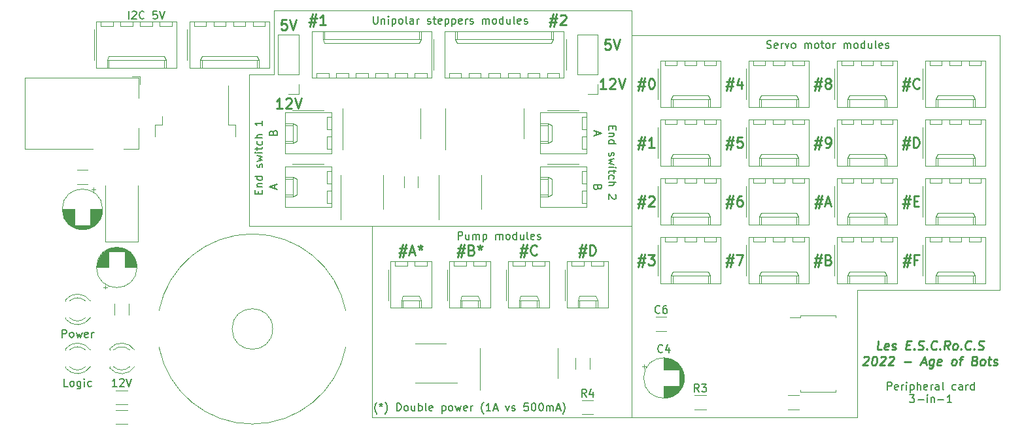
<source format=gbr>
%TF.GenerationSoftware,KiCad,Pcbnew,5.1.9+dfsg1-1*%
%TF.CreationDate,2021-10-02T14:14:08+02:00*%
%TF.ProjectId,accessory_board,61636365-7373-46f7-9279-5f626f617264,rev?*%
%TF.SameCoordinates,Original*%
%TF.FileFunction,Legend,Top*%
%TF.FilePolarity,Positive*%
%FSLAX46Y46*%
G04 Gerber Fmt 4.6, Leading zero omitted, Abs format (unit mm)*
G04 Created by KiCad (PCBNEW 5.1.9+dfsg1-1) date 2021-10-02 14:14:08*
%MOMM*%
%LPD*%
G01*
G04 APERTURE LIST*
%ADD10C,0.150000*%
%ADD11C,0.287500*%
%ADD12C,0.120000*%
%ADD13C,0.250000*%
G04 APERTURE END LIST*
D10*
X262350952Y-61857380D02*
X262350952Y-60857380D01*
X262731904Y-60857380D01*
X262827142Y-60905000D01*
X262874761Y-60952619D01*
X262922380Y-61047857D01*
X262922380Y-61190714D01*
X262874761Y-61285952D01*
X262827142Y-61333571D01*
X262731904Y-61381190D01*
X262350952Y-61381190D01*
X263731904Y-61809761D02*
X263636666Y-61857380D01*
X263446190Y-61857380D01*
X263350952Y-61809761D01*
X263303333Y-61714523D01*
X263303333Y-61333571D01*
X263350952Y-61238333D01*
X263446190Y-61190714D01*
X263636666Y-61190714D01*
X263731904Y-61238333D01*
X263779523Y-61333571D01*
X263779523Y-61428809D01*
X263303333Y-61524047D01*
X264208095Y-61857380D02*
X264208095Y-61190714D01*
X264208095Y-61381190D02*
X264255714Y-61285952D01*
X264303333Y-61238333D01*
X264398571Y-61190714D01*
X264493809Y-61190714D01*
X264827142Y-61857380D02*
X264827142Y-61190714D01*
X264827142Y-60857380D02*
X264779523Y-60905000D01*
X264827142Y-60952619D01*
X264874761Y-60905000D01*
X264827142Y-60857380D01*
X264827142Y-60952619D01*
X265303333Y-61190714D02*
X265303333Y-62190714D01*
X265303333Y-61238333D02*
X265398571Y-61190714D01*
X265589047Y-61190714D01*
X265684285Y-61238333D01*
X265731904Y-61285952D01*
X265779523Y-61381190D01*
X265779523Y-61666904D01*
X265731904Y-61762142D01*
X265684285Y-61809761D01*
X265589047Y-61857380D01*
X265398571Y-61857380D01*
X265303333Y-61809761D01*
X266208095Y-61857380D02*
X266208095Y-60857380D01*
X266636666Y-61857380D02*
X266636666Y-61333571D01*
X266589047Y-61238333D01*
X266493809Y-61190714D01*
X266350952Y-61190714D01*
X266255714Y-61238333D01*
X266208095Y-61285952D01*
X267493809Y-61809761D02*
X267398571Y-61857380D01*
X267208095Y-61857380D01*
X267112857Y-61809761D01*
X267065238Y-61714523D01*
X267065238Y-61333571D01*
X267112857Y-61238333D01*
X267208095Y-61190714D01*
X267398571Y-61190714D01*
X267493809Y-61238333D01*
X267541428Y-61333571D01*
X267541428Y-61428809D01*
X267065238Y-61524047D01*
X267970000Y-61857380D02*
X267970000Y-61190714D01*
X267970000Y-61381190D02*
X268017619Y-61285952D01*
X268065238Y-61238333D01*
X268160476Y-61190714D01*
X268255714Y-61190714D01*
X269017619Y-61857380D02*
X269017619Y-61333571D01*
X268970000Y-61238333D01*
X268874761Y-61190714D01*
X268684285Y-61190714D01*
X268589047Y-61238333D01*
X269017619Y-61809761D02*
X268922380Y-61857380D01*
X268684285Y-61857380D01*
X268589047Y-61809761D01*
X268541428Y-61714523D01*
X268541428Y-61619285D01*
X268589047Y-61524047D01*
X268684285Y-61476428D01*
X268922380Y-61476428D01*
X269017619Y-61428809D01*
X269636666Y-61857380D02*
X269541428Y-61809761D01*
X269493809Y-61714523D01*
X269493809Y-60857380D01*
X271208095Y-61809761D02*
X271112857Y-61857380D01*
X270922380Y-61857380D01*
X270827142Y-61809761D01*
X270779523Y-61762142D01*
X270731904Y-61666904D01*
X270731904Y-61381190D01*
X270779523Y-61285952D01*
X270827142Y-61238333D01*
X270922380Y-61190714D01*
X271112857Y-61190714D01*
X271208095Y-61238333D01*
X272065238Y-61857380D02*
X272065238Y-61333571D01*
X272017619Y-61238333D01*
X271922380Y-61190714D01*
X271731904Y-61190714D01*
X271636666Y-61238333D01*
X272065238Y-61809761D02*
X271970000Y-61857380D01*
X271731904Y-61857380D01*
X271636666Y-61809761D01*
X271589047Y-61714523D01*
X271589047Y-61619285D01*
X271636666Y-61524047D01*
X271731904Y-61476428D01*
X271970000Y-61476428D01*
X272065238Y-61428809D01*
X272541428Y-61857380D02*
X272541428Y-61190714D01*
X272541428Y-61381190D02*
X272589047Y-61285952D01*
X272636666Y-61238333D01*
X272731904Y-61190714D01*
X272827142Y-61190714D01*
X273589047Y-61857380D02*
X273589047Y-60857380D01*
X273589047Y-61809761D02*
X273493809Y-61857380D01*
X273303333Y-61857380D01*
X273208095Y-61809761D01*
X273160476Y-61762142D01*
X273112857Y-61666904D01*
X273112857Y-61381190D01*
X273160476Y-61285952D01*
X273208095Y-61238333D01*
X273303333Y-61190714D01*
X273493809Y-61190714D01*
X273589047Y-61238333D01*
X265231904Y-62507380D02*
X265850952Y-62507380D01*
X265517619Y-62888333D01*
X265660476Y-62888333D01*
X265755714Y-62935952D01*
X265803333Y-62983571D01*
X265850952Y-63078809D01*
X265850952Y-63316904D01*
X265803333Y-63412142D01*
X265755714Y-63459761D01*
X265660476Y-63507380D01*
X265374761Y-63507380D01*
X265279523Y-63459761D01*
X265231904Y-63412142D01*
X266279523Y-63126428D02*
X267041428Y-63126428D01*
X267517619Y-63507380D02*
X267517619Y-62840714D01*
X267517619Y-62507380D02*
X267470000Y-62555000D01*
X267517619Y-62602619D01*
X267565238Y-62555000D01*
X267517619Y-62507380D01*
X267517619Y-62602619D01*
X267993809Y-62840714D02*
X267993809Y-63507380D01*
X267993809Y-62935952D02*
X268041428Y-62888333D01*
X268136666Y-62840714D01*
X268279523Y-62840714D01*
X268374761Y-62888333D01*
X268422380Y-62983571D01*
X268422380Y-63507380D01*
X268898571Y-63126428D02*
X269660476Y-63126428D01*
X270660476Y-63507380D02*
X270089047Y-63507380D01*
X270374761Y-63507380D02*
X270374761Y-62507380D01*
X270279523Y-62650238D01*
X270184285Y-62745476D01*
X270089047Y-62793095D01*
D11*
X261575435Y-56663988D02*
X261027816Y-56663988D01*
X261171566Y-55513988D01*
X262403709Y-56609226D02*
X262287340Y-56663988D01*
X262068292Y-56663988D01*
X261965613Y-56609226D01*
X261924542Y-56499702D01*
X261979304Y-56061607D01*
X262047756Y-55952083D01*
X262164125Y-55897321D01*
X262383173Y-55897321D01*
X262485851Y-55952083D01*
X262526923Y-56061607D01*
X262513232Y-56171130D01*
X261951923Y-56280654D01*
X262896566Y-56609226D02*
X262999244Y-56663988D01*
X263218292Y-56663988D01*
X263334661Y-56609226D01*
X263403113Y-56499702D01*
X263409959Y-56444940D01*
X263368887Y-56335416D01*
X263266209Y-56280654D01*
X263101923Y-56280654D01*
X262999244Y-56225892D01*
X262958173Y-56116369D01*
X262965018Y-56061607D01*
X263033470Y-55952083D01*
X263149840Y-55897321D01*
X263314125Y-55897321D01*
X263416804Y-55952083D01*
X264826923Y-56061607D02*
X265210256Y-56061607D01*
X265299244Y-56663988D02*
X264751625Y-56663988D01*
X264895375Y-55513988D01*
X265442994Y-55513988D01*
X265805792Y-56554464D02*
X265853709Y-56609226D01*
X265792101Y-56663988D01*
X265744185Y-56609226D01*
X265805792Y-56554464D01*
X265792101Y-56663988D01*
X266291804Y-56609226D02*
X266449244Y-56663988D01*
X266723054Y-56663988D01*
X266839423Y-56609226D01*
X266901030Y-56554464D01*
X266969482Y-56444940D01*
X266983173Y-56335416D01*
X266942101Y-56225892D01*
X266894185Y-56171130D01*
X266791506Y-56116369D01*
X266579304Y-56061607D01*
X266476625Y-56006845D01*
X266428709Y-55952083D01*
X266387637Y-55842559D01*
X266401328Y-55733035D01*
X266469780Y-55623511D01*
X266531387Y-55568750D01*
X266647756Y-55513988D01*
X266921566Y-55513988D01*
X267079006Y-55568750D01*
X267448649Y-56554464D02*
X267496566Y-56609226D01*
X267434959Y-56663988D01*
X267387042Y-56609226D01*
X267448649Y-56554464D01*
X267434959Y-56663988D01*
X268653411Y-56554464D02*
X268591804Y-56609226D01*
X268420673Y-56663988D01*
X268311149Y-56663988D01*
X268153709Y-56609226D01*
X268057875Y-56499702D01*
X268016804Y-56390178D01*
X267989423Y-56171130D01*
X268009959Y-56006845D01*
X268092101Y-55787797D01*
X268160554Y-55678273D01*
X268283768Y-55568750D01*
X268454899Y-55513988D01*
X268564423Y-55513988D01*
X268721863Y-55568750D01*
X268769780Y-55623511D01*
X269146268Y-56554464D02*
X269194185Y-56609226D01*
X269132578Y-56663988D01*
X269084661Y-56609226D01*
X269146268Y-56554464D01*
X269132578Y-56663988D01*
X270337340Y-56663988D02*
X270022459Y-56116369D01*
X269680197Y-56663988D02*
X269823947Y-55513988D01*
X270262042Y-55513988D01*
X270364720Y-55568750D01*
X270412637Y-55623511D01*
X270453709Y-55733035D01*
X270433173Y-55897321D01*
X270364720Y-56006845D01*
X270303113Y-56061607D01*
X270186744Y-56116369D01*
X269748649Y-56116369D01*
X270994482Y-56663988D02*
X270891804Y-56609226D01*
X270843887Y-56554464D01*
X270802816Y-56444940D01*
X270843887Y-56116369D01*
X270912340Y-56006845D01*
X270973947Y-55952083D01*
X271090316Y-55897321D01*
X271254601Y-55897321D01*
X271357280Y-55952083D01*
X271405197Y-56006845D01*
X271446268Y-56116369D01*
X271405197Y-56444940D01*
X271336744Y-56554464D01*
X271275137Y-56609226D01*
X271158768Y-56663988D01*
X270994482Y-56663988D01*
X271884363Y-56554464D02*
X271932280Y-56609226D01*
X271870673Y-56663988D01*
X271822756Y-56609226D01*
X271884363Y-56554464D01*
X271870673Y-56663988D01*
X273089125Y-56554464D02*
X273027518Y-56609226D01*
X272856387Y-56663988D01*
X272746863Y-56663988D01*
X272589423Y-56609226D01*
X272493590Y-56499702D01*
X272452518Y-56390178D01*
X272425137Y-56171130D01*
X272445673Y-56006845D01*
X272527816Y-55787797D01*
X272596268Y-55678273D01*
X272719482Y-55568750D01*
X272890613Y-55513988D01*
X273000137Y-55513988D01*
X273157578Y-55568750D01*
X273205494Y-55623511D01*
X273581982Y-56554464D02*
X273629899Y-56609226D01*
X273568292Y-56663988D01*
X273520375Y-56609226D01*
X273581982Y-56554464D01*
X273568292Y-56663988D01*
X274067994Y-56609226D02*
X274225435Y-56663988D01*
X274499244Y-56663988D01*
X274615613Y-56609226D01*
X274677220Y-56554464D01*
X274745673Y-56444940D01*
X274759363Y-56335416D01*
X274718292Y-56225892D01*
X274670375Y-56171130D01*
X274567697Y-56116369D01*
X274355494Y-56061607D01*
X274252816Y-56006845D01*
X274204899Y-55952083D01*
X274163828Y-55842559D01*
X274177518Y-55733035D01*
X274245970Y-55623511D01*
X274307578Y-55568750D01*
X274423947Y-55513988D01*
X274697756Y-55513988D01*
X274855197Y-55568750D01*
X259295970Y-57636011D02*
X259357578Y-57581250D01*
X259473947Y-57526488D01*
X259747756Y-57526488D01*
X259850435Y-57581250D01*
X259898351Y-57636011D01*
X259939423Y-57745535D01*
X259925732Y-57855059D01*
X259850435Y-58019345D01*
X259111149Y-58676488D01*
X259823054Y-58676488D01*
X260678709Y-57526488D02*
X260788232Y-57526488D01*
X260890911Y-57581250D01*
X260938828Y-57636011D01*
X260979899Y-57745535D01*
X261007280Y-57964583D01*
X260973054Y-58238392D01*
X260890911Y-58457440D01*
X260822459Y-58566964D01*
X260760851Y-58621726D01*
X260644482Y-58676488D01*
X260534959Y-58676488D01*
X260432280Y-58621726D01*
X260384363Y-58566964D01*
X260343292Y-58457440D01*
X260315911Y-58238392D01*
X260350137Y-57964583D01*
X260432280Y-57745535D01*
X260500732Y-57636011D01*
X260562340Y-57581250D01*
X260678709Y-57526488D01*
X261486447Y-57636011D02*
X261548054Y-57581250D01*
X261664423Y-57526488D01*
X261938232Y-57526488D01*
X262040911Y-57581250D01*
X262088828Y-57636011D01*
X262129899Y-57745535D01*
X262116209Y-57855059D01*
X262040911Y-58019345D01*
X261301625Y-58676488D01*
X262013530Y-58676488D01*
X262581685Y-57636011D02*
X262643292Y-57581250D01*
X262759661Y-57526488D01*
X263033470Y-57526488D01*
X263136149Y-57581250D01*
X263184066Y-57636011D01*
X263225137Y-57745535D01*
X263211447Y-57855059D01*
X263136149Y-58019345D01*
X262396863Y-58676488D01*
X263108768Y-58676488D01*
X264532578Y-58238392D02*
X265408768Y-58238392D01*
X266764125Y-58347916D02*
X267311744Y-58347916D01*
X266613530Y-58676488D02*
X267140613Y-57526488D01*
X267380197Y-58676488D01*
X268352220Y-57909821D02*
X268235851Y-58840773D01*
X268167399Y-58950297D01*
X268105792Y-59005059D01*
X267989423Y-59059821D01*
X267825137Y-59059821D01*
X267722459Y-59005059D01*
X268263232Y-58621726D02*
X268146863Y-58676488D01*
X267927816Y-58676488D01*
X267825137Y-58621726D01*
X267777220Y-58566964D01*
X267736149Y-58457440D01*
X267777220Y-58128869D01*
X267845673Y-58019345D01*
X267907280Y-57964583D01*
X268023649Y-57909821D01*
X268242697Y-57909821D01*
X268345375Y-57964583D01*
X269248947Y-58621726D02*
X269132578Y-58676488D01*
X268913530Y-58676488D01*
X268810851Y-58621726D01*
X268769780Y-58512202D01*
X268824542Y-58074107D01*
X268892994Y-57964583D01*
X269009363Y-57909821D01*
X269228411Y-57909821D01*
X269331090Y-57964583D01*
X269372161Y-58074107D01*
X269358470Y-58183630D01*
X268797161Y-58293154D01*
X270830197Y-58676488D02*
X270727518Y-58621726D01*
X270679601Y-58566964D01*
X270638530Y-58457440D01*
X270679601Y-58128869D01*
X270748054Y-58019345D01*
X270809661Y-57964583D01*
X270926030Y-57909821D01*
X271090316Y-57909821D01*
X271192994Y-57964583D01*
X271240911Y-58019345D01*
X271281982Y-58128869D01*
X271240911Y-58457440D01*
X271172459Y-58566964D01*
X271110851Y-58621726D01*
X270994482Y-58676488D01*
X270830197Y-58676488D01*
X271637935Y-57909821D02*
X272076030Y-57909821D01*
X271706387Y-58676488D02*
X271829601Y-57690773D01*
X271898054Y-57581250D01*
X272014423Y-57526488D01*
X272123947Y-57526488D01*
X273698351Y-58074107D02*
X273855792Y-58128869D01*
X273903709Y-58183630D01*
X273944780Y-58293154D01*
X273924244Y-58457440D01*
X273855792Y-58566964D01*
X273794185Y-58621726D01*
X273677816Y-58676488D01*
X273239720Y-58676488D01*
X273383470Y-57526488D01*
X273766804Y-57526488D01*
X273869482Y-57581250D01*
X273917399Y-57636011D01*
X273958470Y-57745535D01*
X273944780Y-57855059D01*
X273876328Y-57964583D01*
X273814720Y-58019345D01*
X273698351Y-58074107D01*
X273315018Y-58074107D01*
X274554006Y-58676488D02*
X274451328Y-58621726D01*
X274403411Y-58566964D01*
X274362340Y-58457440D01*
X274403411Y-58128869D01*
X274471863Y-58019345D01*
X274533470Y-57964583D01*
X274649840Y-57909821D01*
X274814125Y-57909821D01*
X274916804Y-57964583D01*
X274964720Y-58019345D01*
X275005792Y-58128869D01*
X274964720Y-58457440D01*
X274896268Y-58566964D01*
X274834661Y-58621726D01*
X274718292Y-58676488D01*
X274554006Y-58676488D01*
X275361744Y-57909821D02*
X275799840Y-57909821D01*
X275573947Y-57526488D02*
X275450732Y-58512202D01*
X275491804Y-58621726D01*
X275594482Y-58676488D01*
X275704006Y-58676488D01*
X276039423Y-58621726D02*
X276142101Y-58676488D01*
X276361149Y-58676488D01*
X276477518Y-58621726D01*
X276545970Y-58512202D01*
X276552816Y-58457440D01*
X276511744Y-58347916D01*
X276409066Y-58293154D01*
X276244780Y-58293154D01*
X276142101Y-58238392D01*
X276101030Y-58128869D01*
X276107875Y-58074107D01*
X276176328Y-57964583D01*
X276292697Y-57909821D01*
X276456982Y-57909821D01*
X276559661Y-57964583D01*
D12*
X258445000Y-48895000D02*
X276860000Y-48895000D01*
X258445000Y-65405000D02*
X258445000Y-48895000D01*
X182880000Y-12700000D02*
X229235000Y-12700000D01*
X182880000Y-20955000D02*
X182880000Y-12700000D01*
X179705000Y-20955000D02*
X182880000Y-20955000D01*
X179705000Y-40640000D02*
X179705000Y-20955000D01*
X195580000Y-40640000D02*
X179705000Y-40640000D01*
D10*
X162575952Y-61412380D02*
X162004523Y-61412380D01*
X162290238Y-61412380D02*
X162290238Y-60412380D01*
X162195000Y-60555238D01*
X162099761Y-60650476D01*
X162004523Y-60698095D01*
X162956904Y-60507619D02*
X163004523Y-60460000D01*
X163099761Y-60412380D01*
X163337857Y-60412380D01*
X163433095Y-60460000D01*
X163480714Y-60507619D01*
X163528333Y-60602857D01*
X163528333Y-60698095D01*
X163480714Y-60840952D01*
X162909285Y-61412380D01*
X163528333Y-61412380D01*
X163814047Y-60412380D02*
X164147380Y-61412380D01*
X164480714Y-60412380D01*
X156218095Y-61412380D02*
X155741904Y-61412380D01*
X155741904Y-60412380D01*
X156694285Y-61412380D02*
X156599047Y-61364761D01*
X156551428Y-61317142D01*
X156503809Y-61221904D01*
X156503809Y-60936190D01*
X156551428Y-60840952D01*
X156599047Y-60793333D01*
X156694285Y-60745714D01*
X156837142Y-60745714D01*
X156932380Y-60793333D01*
X156980000Y-60840952D01*
X157027619Y-60936190D01*
X157027619Y-61221904D01*
X156980000Y-61317142D01*
X156932380Y-61364761D01*
X156837142Y-61412380D01*
X156694285Y-61412380D01*
X157884761Y-60745714D02*
X157884761Y-61555238D01*
X157837142Y-61650476D01*
X157789523Y-61698095D01*
X157694285Y-61745714D01*
X157551428Y-61745714D01*
X157456190Y-61698095D01*
X157884761Y-61364761D02*
X157789523Y-61412380D01*
X157599047Y-61412380D01*
X157503809Y-61364761D01*
X157456190Y-61317142D01*
X157408571Y-61221904D01*
X157408571Y-60936190D01*
X157456190Y-60840952D01*
X157503809Y-60793333D01*
X157599047Y-60745714D01*
X157789523Y-60745714D01*
X157884761Y-60793333D01*
X158360952Y-61412380D02*
X158360952Y-60745714D01*
X158360952Y-60412380D02*
X158313333Y-60460000D01*
X158360952Y-60507619D01*
X158408571Y-60460000D01*
X158360952Y-60412380D01*
X158360952Y-60507619D01*
X159265714Y-61364761D02*
X159170476Y-61412380D01*
X158980000Y-61412380D01*
X158884761Y-61364761D01*
X158837142Y-61317142D01*
X158789523Y-61221904D01*
X158789523Y-60936190D01*
X158837142Y-60840952D01*
X158884761Y-60793333D01*
X158980000Y-60745714D01*
X159170476Y-60745714D01*
X159265714Y-60793333D01*
X155503809Y-55062380D02*
X155503809Y-54062380D01*
X155884761Y-54062380D01*
X155980000Y-54110000D01*
X156027619Y-54157619D01*
X156075238Y-54252857D01*
X156075238Y-54395714D01*
X156027619Y-54490952D01*
X155980000Y-54538571D01*
X155884761Y-54586190D01*
X155503809Y-54586190D01*
X156646666Y-55062380D02*
X156551428Y-55014761D01*
X156503809Y-54967142D01*
X156456190Y-54871904D01*
X156456190Y-54586190D01*
X156503809Y-54490952D01*
X156551428Y-54443333D01*
X156646666Y-54395714D01*
X156789523Y-54395714D01*
X156884761Y-54443333D01*
X156932380Y-54490952D01*
X156980000Y-54586190D01*
X156980000Y-54871904D01*
X156932380Y-54967142D01*
X156884761Y-55014761D01*
X156789523Y-55062380D01*
X156646666Y-55062380D01*
X157313333Y-54395714D02*
X157503809Y-55062380D01*
X157694285Y-54586190D01*
X157884761Y-55062380D01*
X158075238Y-54395714D01*
X158837142Y-55014761D02*
X158741904Y-55062380D01*
X158551428Y-55062380D01*
X158456190Y-55014761D01*
X158408571Y-54919523D01*
X158408571Y-54538571D01*
X158456190Y-54443333D01*
X158551428Y-54395714D01*
X158741904Y-54395714D01*
X158837142Y-54443333D01*
X158884761Y-54538571D01*
X158884761Y-54633809D01*
X158408571Y-54729047D01*
X159313333Y-55062380D02*
X159313333Y-54395714D01*
X159313333Y-54586190D02*
X159360952Y-54490952D01*
X159408571Y-54443333D01*
X159503809Y-54395714D01*
X159599047Y-54395714D01*
X164108095Y-13787380D02*
X164108095Y-12787380D01*
X164536666Y-12882619D02*
X164584285Y-12835000D01*
X164679523Y-12787380D01*
X164917619Y-12787380D01*
X165012857Y-12835000D01*
X165060476Y-12882619D01*
X165108095Y-12977857D01*
X165108095Y-13073095D01*
X165060476Y-13215952D01*
X164489047Y-13787380D01*
X165108095Y-13787380D01*
X166108095Y-13692142D02*
X166060476Y-13739761D01*
X165917619Y-13787380D01*
X165822380Y-13787380D01*
X165679523Y-13739761D01*
X165584285Y-13644523D01*
X165536666Y-13549285D01*
X165489047Y-13358809D01*
X165489047Y-13215952D01*
X165536666Y-13025476D01*
X165584285Y-12930238D01*
X165679523Y-12835000D01*
X165822380Y-12787380D01*
X165917619Y-12787380D01*
X166060476Y-12835000D01*
X166108095Y-12882619D01*
X167774761Y-12787380D02*
X167298571Y-12787380D01*
X167250952Y-13263571D01*
X167298571Y-13215952D01*
X167393809Y-13168333D01*
X167631904Y-13168333D01*
X167727142Y-13215952D01*
X167774761Y-13263571D01*
X167822380Y-13358809D01*
X167822380Y-13596904D01*
X167774761Y-13692142D01*
X167727142Y-13739761D01*
X167631904Y-13787380D01*
X167393809Y-13787380D01*
X167298571Y-13739761D01*
X167250952Y-13692142D01*
X168108095Y-12787380D02*
X168441428Y-13787380D01*
X168774761Y-12787380D01*
D12*
X229235000Y-15875000D02*
X229235000Y-12700000D01*
D10*
X224623333Y-28336904D02*
X224623333Y-28813095D01*
X224337619Y-28241666D02*
X225337619Y-28575000D01*
X224337619Y-28908333D01*
X224861428Y-35631428D02*
X224813809Y-35774285D01*
X224766190Y-35821904D01*
X224670952Y-35869523D01*
X224528095Y-35869523D01*
X224432857Y-35821904D01*
X224385238Y-35774285D01*
X224337619Y-35679047D01*
X224337619Y-35298095D01*
X225337619Y-35298095D01*
X225337619Y-35631428D01*
X225290000Y-35726666D01*
X225242380Y-35774285D01*
X225147142Y-35821904D01*
X225051904Y-35821904D01*
X224956666Y-35774285D01*
X224909047Y-35726666D01*
X224861428Y-35631428D01*
X224861428Y-35298095D01*
X226766428Y-27694523D02*
X226766428Y-28027857D01*
X226242619Y-28170714D02*
X226242619Y-27694523D01*
X227242619Y-27694523D01*
X227242619Y-28170714D01*
X226909285Y-28599285D02*
X226242619Y-28599285D01*
X226814047Y-28599285D02*
X226861666Y-28646904D01*
X226909285Y-28742142D01*
X226909285Y-28885000D01*
X226861666Y-28980238D01*
X226766428Y-29027857D01*
X226242619Y-29027857D01*
X226242619Y-29932619D02*
X227242619Y-29932619D01*
X226290238Y-29932619D02*
X226242619Y-29837380D01*
X226242619Y-29646904D01*
X226290238Y-29551666D01*
X226337857Y-29504047D01*
X226433095Y-29456428D01*
X226718809Y-29456428D01*
X226814047Y-29504047D01*
X226861666Y-29551666D01*
X226909285Y-29646904D01*
X226909285Y-29837380D01*
X226861666Y-29932619D01*
X226290238Y-31123095D02*
X226242619Y-31218333D01*
X226242619Y-31408809D01*
X226290238Y-31504047D01*
X226385476Y-31551666D01*
X226433095Y-31551666D01*
X226528333Y-31504047D01*
X226575952Y-31408809D01*
X226575952Y-31265952D01*
X226623571Y-31170714D01*
X226718809Y-31123095D01*
X226766428Y-31123095D01*
X226861666Y-31170714D01*
X226909285Y-31265952D01*
X226909285Y-31408809D01*
X226861666Y-31504047D01*
X226909285Y-31885000D02*
X226242619Y-32075476D01*
X226718809Y-32265952D01*
X226242619Y-32456428D01*
X226909285Y-32646904D01*
X226242619Y-33027857D02*
X226909285Y-33027857D01*
X227242619Y-33027857D02*
X227195000Y-32980238D01*
X227147380Y-33027857D01*
X227195000Y-33075476D01*
X227242619Y-33027857D01*
X227147380Y-33027857D01*
X226909285Y-33361190D02*
X226909285Y-33742142D01*
X227242619Y-33504047D02*
X226385476Y-33504047D01*
X226290238Y-33551666D01*
X226242619Y-33646904D01*
X226242619Y-33742142D01*
X226290238Y-34504047D02*
X226242619Y-34408809D01*
X226242619Y-34218333D01*
X226290238Y-34123095D01*
X226337857Y-34075476D01*
X226433095Y-34027857D01*
X226718809Y-34027857D01*
X226814047Y-34075476D01*
X226861666Y-34123095D01*
X226909285Y-34218333D01*
X226909285Y-34408809D01*
X226861666Y-34504047D01*
X226242619Y-34932619D02*
X227242619Y-34932619D01*
X226242619Y-35361190D02*
X226766428Y-35361190D01*
X226861666Y-35313571D01*
X226909285Y-35218333D01*
X226909285Y-35075476D01*
X226861666Y-34980238D01*
X226814047Y-34932619D01*
X227147380Y-36551666D02*
X227195000Y-36599285D01*
X227242619Y-36694523D01*
X227242619Y-36932619D01*
X227195000Y-37027857D01*
X227147380Y-37075476D01*
X227052142Y-37123095D01*
X226956904Y-37123095D01*
X226814047Y-37075476D01*
X226242619Y-36504047D01*
X226242619Y-37123095D01*
X182808571Y-28503571D02*
X182856190Y-28360714D01*
X182903809Y-28313095D01*
X182999047Y-28265476D01*
X183141904Y-28265476D01*
X183237142Y-28313095D01*
X183284761Y-28360714D01*
X183332380Y-28455952D01*
X183332380Y-28836904D01*
X182332380Y-28836904D01*
X182332380Y-28503571D01*
X182380000Y-28408333D01*
X182427619Y-28360714D01*
X182522857Y-28313095D01*
X182618095Y-28313095D01*
X182713333Y-28360714D01*
X182760952Y-28408333D01*
X182808571Y-28503571D01*
X182808571Y-28836904D01*
X183046666Y-35798095D02*
X183046666Y-35321904D01*
X183332380Y-35893333D02*
X182332380Y-35560000D01*
X183332380Y-35226666D01*
X180903571Y-36440476D02*
X180903571Y-36107142D01*
X181427380Y-35964285D02*
X181427380Y-36440476D01*
X180427380Y-36440476D01*
X180427380Y-35964285D01*
X180760714Y-35535714D02*
X181427380Y-35535714D01*
X180855952Y-35535714D02*
X180808333Y-35488095D01*
X180760714Y-35392857D01*
X180760714Y-35250000D01*
X180808333Y-35154761D01*
X180903571Y-35107142D01*
X181427380Y-35107142D01*
X181427380Y-34202380D02*
X180427380Y-34202380D01*
X181379761Y-34202380D02*
X181427380Y-34297619D01*
X181427380Y-34488095D01*
X181379761Y-34583333D01*
X181332142Y-34630952D01*
X181236904Y-34678571D01*
X180951190Y-34678571D01*
X180855952Y-34630952D01*
X180808333Y-34583333D01*
X180760714Y-34488095D01*
X180760714Y-34297619D01*
X180808333Y-34202380D01*
X181379761Y-33011904D02*
X181427380Y-32916666D01*
X181427380Y-32726190D01*
X181379761Y-32630952D01*
X181284523Y-32583333D01*
X181236904Y-32583333D01*
X181141666Y-32630952D01*
X181094047Y-32726190D01*
X181094047Y-32869047D01*
X181046428Y-32964285D01*
X180951190Y-33011904D01*
X180903571Y-33011904D01*
X180808333Y-32964285D01*
X180760714Y-32869047D01*
X180760714Y-32726190D01*
X180808333Y-32630952D01*
X180760714Y-32250000D02*
X181427380Y-32059523D01*
X180951190Y-31869047D01*
X181427380Y-31678571D01*
X180760714Y-31488095D01*
X181427380Y-31107142D02*
X180760714Y-31107142D01*
X180427380Y-31107142D02*
X180475000Y-31154761D01*
X180522619Y-31107142D01*
X180475000Y-31059523D01*
X180427380Y-31107142D01*
X180522619Y-31107142D01*
X180760714Y-30773809D02*
X180760714Y-30392857D01*
X180427380Y-30630952D02*
X181284523Y-30630952D01*
X181379761Y-30583333D01*
X181427380Y-30488095D01*
X181427380Y-30392857D01*
X181379761Y-29630952D02*
X181427380Y-29726190D01*
X181427380Y-29916666D01*
X181379761Y-30011904D01*
X181332142Y-30059523D01*
X181236904Y-30107142D01*
X180951190Y-30107142D01*
X180855952Y-30059523D01*
X180808333Y-30011904D01*
X180760714Y-29916666D01*
X180760714Y-29726190D01*
X180808333Y-29630952D01*
X181427380Y-29202380D02*
X180427380Y-29202380D01*
X181427380Y-28773809D02*
X180903571Y-28773809D01*
X180808333Y-28821428D01*
X180760714Y-28916666D01*
X180760714Y-29059523D01*
X180808333Y-29154761D01*
X180855952Y-29202380D01*
X181427380Y-27011904D02*
X181427380Y-27583333D01*
X181427380Y-27297619D02*
X180427380Y-27297619D01*
X180570238Y-27392857D01*
X180665476Y-27488095D01*
X180713095Y-27583333D01*
D13*
X184537380Y-13893095D02*
X183918333Y-13893095D01*
X183856428Y-14512142D01*
X183918333Y-14450238D01*
X184042142Y-14388333D01*
X184351666Y-14388333D01*
X184475476Y-14450238D01*
X184537380Y-14512142D01*
X184599285Y-14635952D01*
X184599285Y-14945476D01*
X184537380Y-15069285D01*
X184475476Y-15131190D01*
X184351666Y-15193095D01*
X184042142Y-15193095D01*
X183918333Y-15131190D01*
X183856428Y-15069285D01*
X184970714Y-13893095D02*
X185404047Y-15193095D01*
X185837380Y-13893095D01*
X226447380Y-16433095D02*
X225828333Y-16433095D01*
X225766428Y-17052142D01*
X225828333Y-16990238D01*
X225952142Y-16928333D01*
X226261666Y-16928333D01*
X226385476Y-16990238D01*
X226447380Y-17052142D01*
X226509285Y-17175952D01*
X226509285Y-17485476D01*
X226447380Y-17609285D01*
X226385476Y-17671190D01*
X226261666Y-17733095D01*
X225952142Y-17733095D01*
X225828333Y-17671190D01*
X225766428Y-17609285D01*
X226880714Y-16433095D02*
X227314047Y-17733095D01*
X227747380Y-16433095D01*
X225890238Y-22813095D02*
X225147380Y-22813095D01*
X225518809Y-22813095D02*
X225518809Y-21513095D01*
X225395000Y-21698809D01*
X225271190Y-21822619D01*
X225147380Y-21884523D01*
X226385476Y-21636904D02*
X226447380Y-21575000D01*
X226571190Y-21513095D01*
X226880714Y-21513095D01*
X227004523Y-21575000D01*
X227066428Y-21636904D01*
X227128333Y-21760714D01*
X227128333Y-21884523D01*
X227066428Y-22070238D01*
X226323571Y-22813095D01*
X227128333Y-22813095D01*
X227499761Y-21513095D02*
X227933095Y-22813095D01*
X228366428Y-21513095D01*
X183980238Y-25353095D02*
X183237380Y-25353095D01*
X183608809Y-25353095D02*
X183608809Y-24053095D01*
X183485000Y-24238809D01*
X183361190Y-24362619D01*
X183237380Y-24424523D01*
X184475476Y-24176904D02*
X184537380Y-24115000D01*
X184661190Y-24053095D01*
X184970714Y-24053095D01*
X185094523Y-24115000D01*
X185156428Y-24176904D01*
X185218333Y-24300714D01*
X185218333Y-24424523D01*
X185156428Y-24610238D01*
X184413571Y-25353095D01*
X185218333Y-25353095D01*
X185589761Y-24053095D02*
X186023095Y-25353095D01*
X186456428Y-24053095D01*
X218688571Y-13691428D02*
X219617142Y-13691428D01*
X219060000Y-13134285D02*
X218688571Y-14805714D01*
X219493333Y-14248571D02*
X218564761Y-14248571D01*
X219121904Y-14805714D02*
X219493333Y-13134285D01*
X219988571Y-13381904D02*
X220050476Y-13320000D01*
X220174285Y-13258095D01*
X220483809Y-13258095D01*
X220607619Y-13320000D01*
X220669523Y-13381904D01*
X220731428Y-13505714D01*
X220731428Y-13629523D01*
X220669523Y-13815238D01*
X219926666Y-14558095D01*
X220731428Y-14558095D01*
X187573571Y-13691428D02*
X188502142Y-13691428D01*
X187945000Y-13134285D02*
X187573571Y-14805714D01*
X188378333Y-14248571D02*
X187449761Y-14248571D01*
X188006904Y-14805714D02*
X188378333Y-13134285D01*
X189616428Y-14558095D02*
X188873571Y-14558095D01*
X189245000Y-14558095D02*
X189245000Y-13258095D01*
X189121190Y-13443809D01*
X188997380Y-13567619D01*
X188873571Y-13629523D01*
D10*
X195787619Y-13422380D02*
X195787619Y-14231904D01*
X195835238Y-14327142D01*
X195882857Y-14374761D01*
X195978095Y-14422380D01*
X196168571Y-14422380D01*
X196263809Y-14374761D01*
X196311428Y-14327142D01*
X196359047Y-14231904D01*
X196359047Y-13422380D01*
X196835238Y-13755714D02*
X196835238Y-14422380D01*
X196835238Y-13850952D02*
X196882857Y-13803333D01*
X196978095Y-13755714D01*
X197120952Y-13755714D01*
X197216190Y-13803333D01*
X197263809Y-13898571D01*
X197263809Y-14422380D01*
X197740000Y-14422380D02*
X197740000Y-13755714D01*
X197740000Y-13422380D02*
X197692380Y-13470000D01*
X197740000Y-13517619D01*
X197787619Y-13470000D01*
X197740000Y-13422380D01*
X197740000Y-13517619D01*
X198216190Y-13755714D02*
X198216190Y-14755714D01*
X198216190Y-13803333D02*
X198311428Y-13755714D01*
X198501904Y-13755714D01*
X198597142Y-13803333D01*
X198644761Y-13850952D01*
X198692380Y-13946190D01*
X198692380Y-14231904D01*
X198644761Y-14327142D01*
X198597142Y-14374761D01*
X198501904Y-14422380D01*
X198311428Y-14422380D01*
X198216190Y-14374761D01*
X199263809Y-14422380D02*
X199168571Y-14374761D01*
X199120952Y-14327142D01*
X199073333Y-14231904D01*
X199073333Y-13946190D01*
X199120952Y-13850952D01*
X199168571Y-13803333D01*
X199263809Y-13755714D01*
X199406666Y-13755714D01*
X199501904Y-13803333D01*
X199549523Y-13850952D01*
X199597142Y-13946190D01*
X199597142Y-14231904D01*
X199549523Y-14327142D01*
X199501904Y-14374761D01*
X199406666Y-14422380D01*
X199263809Y-14422380D01*
X200168571Y-14422380D02*
X200073333Y-14374761D01*
X200025714Y-14279523D01*
X200025714Y-13422380D01*
X200978095Y-14422380D02*
X200978095Y-13898571D01*
X200930476Y-13803333D01*
X200835238Y-13755714D01*
X200644761Y-13755714D01*
X200549523Y-13803333D01*
X200978095Y-14374761D02*
X200882857Y-14422380D01*
X200644761Y-14422380D01*
X200549523Y-14374761D01*
X200501904Y-14279523D01*
X200501904Y-14184285D01*
X200549523Y-14089047D01*
X200644761Y-14041428D01*
X200882857Y-14041428D01*
X200978095Y-13993809D01*
X201454285Y-14422380D02*
X201454285Y-13755714D01*
X201454285Y-13946190D02*
X201501904Y-13850952D01*
X201549523Y-13803333D01*
X201644761Y-13755714D01*
X201740000Y-13755714D01*
X202787619Y-14374761D02*
X202882857Y-14422380D01*
X203073333Y-14422380D01*
X203168571Y-14374761D01*
X203216190Y-14279523D01*
X203216190Y-14231904D01*
X203168571Y-14136666D01*
X203073333Y-14089047D01*
X202930476Y-14089047D01*
X202835238Y-14041428D01*
X202787619Y-13946190D01*
X202787619Y-13898571D01*
X202835238Y-13803333D01*
X202930476Y-13755714D01*
X203073333Y-13755714D01*
X203168571Y-13803333D01*
X203501904Y-13755714D02*
X203882857Y-13755714D01*
X203644761Y-13422380D02*
X203644761Y-14279523D01*
X203692380Y-14374761D01*
X203787619Y-14422380D01*
X203882857Y-14422380D01*
X204597142Y-14374761D02*
X204501904Y-14422380D01*
X204311428Y-14422380D01*
X204216190Y-14374761D01*
X204168571Y-14279523D01*
X204168571Y-13898571D01*
X204216190Y-13803333D01*
X204311428Y-13755714D01*
X204501904Y-13755714D01*
X204597142Y-13803333D01*
X204644761Y-13898571D01*
X204644761Y-13993809D01*
X204168571Y-14089047D01*
X205073333Y-13755714D02*
X205073333Y-14755714D01*
X205073333Y-13803333D02*
X205168571Y-13755714D01*
X205359047Y-13755714D01*
X205454285Y-13803333D01*
X205501904Y-13850952D01*
X205549523Y-13946190D01*
X205549523Y-14231904D01*
X205501904Y-14327142D01*
X205454285Y-14374761D01*
X205359047Y-14422380D01*
X205168571Y-14422380D01*
X205073333Y-14374761D01*
X205978095Y-13755714D02*
X205978095Y-14755714D01*
X205978095Y-13803333D02*
X206073333Y-13755714D01*
X206263809Y-13755714D01*
X206359047Y-13803333D01*
X206406666Y-13850952D01*
X206454285Y-13946190D01*
X206454285Y-14231904D01*
X206406666Y-14327142D01*
X206359047Y-14374761D01*
X206263809Y-14422380D01*
X206073333Y-14422380D01*
X205978095Y-14374761D01*
X207263809Y-14374761D02*
X207168571Y-14422380D01*
X206978095Y-14422380D01*
X206882857Y-14374761D01*
X206835238Y-14279523D01*
X206835238Y-13898571D01*
X206882857Y-13803333D01*
X206978095Y-13755714D01*
X207168571Y-13755714D01*
X207263809Y-13803333D01*
X207311428Y-13898571D01*
X207311428Y-13993809D01*
X206835238Y-14089047D01*
X207740000Y-14422380D02*
X207740000Y-13755714D01*
X207740000Y-13946190D02*
X207787619Y-13850952D01*
X207835238Y-13803333D01*
X207930476Y-13755714D01*
X208025714Y-13755714D01*
X208311428Y-14374761D02*
X208406666Y-14422380D01*
X208597142Y-14422380D01*
X208692380Y-14374761D01*
X208740000Y-14279523D01*
X208740000Y-14231904D01*
X208692380Y-14136666D01*
X208597142Y-14089047D01*
X208454285Y-14089047D01*
X208359047Y-14041428D01*
X208311428Y-13946190D01*
X208311428Y-13898571D01*
X208359047Y-13803333D01*
X208454285Y-13755714D01*
X208597142Y-13755714D01*
X208692380Y-13803333D01*
X209930476Y-14422380D02*
X209930476Y-13755714D01*
X209930476Y-13850952D02*
X209978095Y-13803333D01*
X210073333Y-13755714D01*
X210216190Y-13755714D01*
X210311428Y-13803333D01*
X210359047Y-13898571D01*
X210359047Y-14422380D01*
X210359047Y-13898571D02*
X210406666Y-13803333D01*
X210501904Y-13755714D01*
X210644761Y-13755714D01*
X210740000Y-13803333D01*
X210787619Y-13898571D01*
X210787619Y-14422380D01*
X211406666Y-14422380D02*
X211311428Y-14374761D01*
X211263809Y-14327142D01*
X211216190Y-14231904D01*
X211216190Y-13946190D01*
X211263809Y-13850952D01*
X211311428Y-13803333D01*
X211406666Y-13755714D01*
X211549523Y-13755714D01*
X211644761Y-13803333D01*
X211692380Y-13850952D01*
X211740000Y-13946190D01*
X211740000Y-14231904D01*
X211692380Y-14327142D01*
X211644761Y-14374761D01*
X211549523Y-14422380D01*
X211406666Y-14422380D01*
X212597142Y-14422380D02*
X212597142Y-13422380D01*
X212597142Y-14374761D02*
X212501904Y-14422380D01*
X212311428Y-14422380D01*
X212216190Y-14374761D01*
X212168571Y-14327142D01*
X212120952Y-14231904D01*
X212120952Y-13946190D01*
X212168571Y-13850952D01*
X212216190Y-13803333D01*
X212311428Y-13755714D01*
X212501904Y-13755714D01*
X212597142Y-13803333D01*
X213501904Y-13755714D02*
X213501904Y-14422380D01*
X213073333Y-13755714D02*
X213073333Y-14279523D01*
X213120952Y-14374761D01*
X213216190Y-14422380D01*
X213359047Y-14422380D01*
X213454285Y-14374761D01*
X213501904Y-14327142D01*
X214120952Y-14422380D02*
X214025714Y-14374761D01*
X213978095Y-14279523D01*
X213978095Y-13422380D01*
X214882857Y-14374761D02*
X214787619Y-14422380D01*
X214597142Y-14422380D01*
X214501904Y-14374761D01*
X214454285Y-14279523D01*
X214454285Y-13898571D01*
X214501904Y-13803333D01*
X214597142Y-13755714D01*
X214787619Y-13755714D01*
X214882857Y-13803333D01*
X214930476Y-13898571D01*
X214930476Y-13993809D01*
X214454285Y-14089047D01*
X215311428Y-14374761D02*
X215406666Y-14422380D01*
X215597142Y-14422380D01*
X215692380Y-14374761D01*
X215740000Y-14279523D01*
X215740000Y-14231904D01*
X215692380Y-14136666D01*
X215597142Y-14089047D01*
X215454285Y-14089047D01*
X215359047Y-14041428D01*
X215311428Y-13946190D01*
X215311428Y-13898571D01*
X215359047Y-13803333D01*
X215454285Y-13755714D01*
X215597142Y-13755714D01*
X215692380Y-13803333D01*
X196256190Y-64968333D02*
X196208571Y-64920714D01*
X196113333Y-64777857D01*
X196065714Y-64682619D01*
X196018095Y-64539761D01*
X195970476Y-64301666D01*
X195970476Y-64111190D01*
X196018095Y-63873095D01*
X196065714Y-63730238D01*
X196113333Y-63635000D01*
X196208571Y-63492142D01*
X196256190Y-63444523D01*
X196780000Y-63587380D02*
X196780000Y-63825476D01*
X196541904Y-63730238D02*
X196780000Y-63825476D01*
X197018095Y-63730238D01*
X196637142Y-64015952D02*
X196780000Y-63825476D01*
X196922857Y-64015952D01*
X197303809Y-64968333D02*
X197351428Y-64920714D01*
X197446666Y-64777857D01*
X197494285Y-64682619D01*
X197541904Y-64539761D01*
X197589523Y-64301666D01*
X197589523Y-64111190D01*
X197541904Y-63873095D01*
X197494285Y-63730238D01*
X197446666Y-63635000D01*
X197351428Y-63492142D01*
X197303809Y-63444523D01*
X198827619Y-64587380D02*
X198827619Y-63587380D01*
X199065714Y-63587380D01*
X199208571Y-63635000D01*
X199303809Y-63730238D01*
X199351428Y-63825476D01*
X199399047Y-64015952D01*
X199399047Y-64158809D01*
X199351428Y-64349285D01*
X199303809Y-64444523D01*
X199208571Y-64539761D01*
X199065714Y-64587380D01*
X198827619Y-64587380D01*
X199970476Y-64587380D02*
X199875238Y-64539761D01*
X199827619Y-64492142D01*
X199780000Y-64396904D01*
X199780000Y-64111190D01*
X199827619Y-64015952D01*
X199875238Y-63968333D01*
X199970476Y-63920714D01*
X200113333Y-63920714D01*
X200208571Y-63968333D01*
X200256190Y-64015952D01*
X200303809Y-64111190D01*
X200303809Y-64396904D01*
X200256190Y-64492142D01*
X200208571Y-64539761D01*
X200113333Y-64587380D01*
X199970476Y-64587380D01*
X201160952Y-63920714D02*
X201160952Y-64587380D01*
X200732380Y-63920714D02*
X200732380Y-64444523D01*
X200780000Y-64539761D01*
X200875238Y-64587380D01*
X201018095Y-64587380D01*
X201113333Y-64539761D01*
X201160952Y-64492142D01*
X201637142Y-64587380D02*
X201637142Y-63587380D01*
X201637142Y-63968333D02*
X201732380Y-63920714D01*
X201922857Y-63920714D01*
X202018095Y-63968333D01*
X202065714Y-64015952D01*
X202113333Y-64111190D01*
X202113333Y-64396904D01*
X202065714Y-64492142D01*
X202018095Y-64539761D01*
X201922857Y-64587380D01*
X201732380Y-64587380D01*
X201637142Y-64539761D01*
X202684761Y-64587380D02*
X202589523Y-64539761D01*
X202541904Y-64444523D01*
X202541904Y-63587380D01*
X203446666Y-64539761D02*
X203351428Y-64587380D01*
X203160952Y-64587380D01*
X203065714Y-64539761D01*
X203018095Y-64444523D01*
X203018095Y-64063571D01*
X203065714Y-63968333D01*
X203160952Y-63920714D01*
X203351428Y-63920714D01*
X203446666Y-63968333D01*
X203494285Y-64063571D01*
X203494285Y-64158809D01*
X203018095Y-64254047D01*
X204684761Y-63920714D02*
X204684761Y-64920714D01*
X204684761Y-63968333D02*
X204780000Y-63920714D01*
X204970476Y-63920714D01*
X205065714Y-63968333D01*
X205113333Y-64015952D01*
X205160952Y-64111190D01*
X205160952Y-64396904D01*
X205113333Y-64492142D01*
X205065714Y-64539761D01*
X204970476Y-64587380D01*
X204780000Y-64587380D01*
X204684761Y-64539761D01*
X205732380Y-64587380D02*
X205637142Y-64539761D01*
X205589523Y-64492142D01*
X205541904Y-64396904D01*
X205541904Y-64111190D01*
X205589523Y-64015952D01*
X205637142Y-63968333D01*
X205732380Y-63920714D01*
X205875238Y-63920714D01*
X205970476Y-63968333D01*
X206018095Y-64015952D01*
X206065714Y-64111190D01*
X206065714Y-64396904D01*
X206018095Y-64492142D01*
X205970476Y-64539761D01*
X205875238Y-64587380D01*
X205732380Y-64587380D01*
X206399047Y-63920714D02*
X206589523Y-64587380D01*
X206780000Y-64111190D01*
X206970476Y-64587380D01*
X207160952Y-63920714D01*
X207922857Y-64539761D02*
X207827619Y-64587380D01*
X207637142Y-64587380D01*
X207541904Y-64539761D01*
X207494285Y-64444523D01*
X207494285Y-64063571D01*
X207541904Y-63968333D01*
X207637142Y-63920714D01*
X207827619Y-63920714D01*
X207922857Y-63968333D01*
X207970476Y-64063571D01*
X207970476Y-64158809D01*
X207494285Y-64254047D01*
X208399047Y-64587380D02*
X208399047Y-63920714D01*
X208399047Y-64111190D02*
X208446666Y-64015952D01*
X208494285Y-63968333D01*
X208589523Y-63920714D01*
X208684761Y-63920714D01*
X210065714Y-64968333D02*
X210018095Y-64920714D01*
X209922857Y-64777857D01*
X209875238Y-64682619D01*
X209827619Y-64539761D01*
X209780000Y-64301666D01*
X209780000Y-64111190D01*
X209827619Y-63873095D01*
X209875238Y-63730238D01*
X209922857Y-63635000D01*
X210018095Y-63492142D01*
X210065714Y-63444523D01*
X210970476Y-64587380D02*
X210399047Y-64587380D01*
X210684761Y-64587380D02*
X210684761Y-63587380D01*
X210589523Y-63730238D01*
X210494285Y-63825476D01*
X210399047Y-63873095D01*
X211351428Y-64301666D02*
X211827619Y-64301666D01*
X211256190Y-64587380D02*
X211589523Y-63587380D01*
X211922857Y-64587380D01*
X212922857Y-63920714D02*
X213160952Y-64587380D01*
X213399047Y-63920714D01*
X213732380Y-64539761D02*
X213827619Y-64587380D01*
X214018095Y-64587380D01*
X214113333Y-64539761D01*
X214160952Y-64444523D01*
X214160952Y-64396904D01*
X214113333Y-64301666D01*
X214018095Y-64254047D01*
X213875238Y-64254047D01*
X213780000Y-64206428D01*
X213732380Y-64111190D01*
X213732380Y-64063571D01*
X213780000Y-63968333D01*
X213875238Y-63920714D01*
X214018095Y-63920714D01*
X214113333Y-63968333D01*
X215827619Y-63587380D02*
X215351428Y-63587380D01*
X215303809Y-64063571D01*
X215351428Y-64015952D01*
X215446666Y-63968333D01*
X215684761Y-63968333D01*
X215780000Y-64015952D01*
X215827619Y-64063571D01*
X215875238Y-64158809D01*
X215875238Y-64396904D01*
X215827619Y-64492142D01*
X215780000Y-64539761D01*
X215684761Y-64587380D01*
X215446666Y-64587380D01*
X215351428Y-64539761D01*
X215303809Y-64492142D01*
X216494285Y-63587380D02*
X216589523Y-63587380D01*
X216684761Y-63635000D01*
X216732380Y-63682619D01*
X216780000Y-63777857D01*
X216827619Y-63968333D01*
X216827619Y-64206428D01*
X216780000Y-64396904D01*
X216732380Y-64492142D01*
X216684761Y-64539761D01*
X216589523Y-64587380D01*
X216494285Y-64587380D01*
X216399047Y-64539761D01*
X216351428Y-64492142D01*
X216303809Y-64396904D01*
X216256190Y-64206428D01*
X216256190Y-63968333D01*
X216303809Y-63777857D01*
X216351428Y-63682619D01*
X216399047Y-63635000D01*
X216494285Y-63587380D01*
X217446666Y-63587380D02*
X217541904Y-63587380D01*
X217637142Y-63635000D01*
X217684761Y-63682619D01*
X217732380Y-63777857D01*
X217780000Y-63968333D01*
X217780000Y-64206428D01*
X217732380Y-64396904D01*
X217684761Y-64492142D01*
X217637142Y-64539761D01*
X217541904Y-64587380D01*
X217446666Y-64587380D01*
X217351428Y-64539761D01*
X217303809Y-64492142D01*
X217256190Y-64396904D01*
X217208571Y-64206428D01*
X217208571Y-63968333D01*
X217256190Y-63777857D01*
X217303809Y-63682619D01*
X217351428Y-63635000D01*
X217446666Y-63587380D01*
X218208571Y-64587380D02*
X218208571Y-63920714D01*
X218208571Y-64015952D02*
X218256190Y-63968333D01*
X218351428Y-63920714D01*
X218494285Y-63920714D01*
X218589523Y-63968333D01*
X218637142Y-64063571D01*
X218637142Y-64587380D01*
X218637142Y-64063571D02*
X218684761Y-63968333D01*
X218780000Y-63920714D01*
X218922857Y-63920714D01*
X219018095Y-63968333D01*
X219065714Y-64063571D01*
X219065714Y-64587380D01*
X219494285Y-64301666D02*
X219970476Y-64301666D01*
X219399047Y-64587380D02*
X219732380Y-63587380D01*
X220065714Y-64587380D01*
X220303809Y-64968333D02*
X220351428Y-64920714D01*
X220446666Y-64777857D01*
X220494285Y-64682619D01*
X220541904Y-64539761D01*
X220589523Y-64301666D01*
X220589523Y-64111190D01*
X220541904Y-63873095D01*
X220494285Y-63730238D01*
X220446666Y-63635000D01*
X220351428Y-63492142D01*
X220303809Y-63444523D01*
D13*
X222467619Y-43536428D02*
X223396190Y-43536428D01*
X222839047Y-42979285D02*
X222467619Y-44650714D01*
X223272380Y-44093571D02*
X222343809Y-44093571D01*
X222900952Y-44650714D02*
X223272380Y-42979285D01*
X223829523Y-44403095D02*
X223829523Y-43103095D01*
X224139047Y-43103095D01*
X224324761Y-43165000D01*
X224448571Y-43288809D01*
X224510476Y-43412619D01*
X224572380Y-43660238D01*
X224572380Y-43845952D01*
X224510476Y-44093571D01*
X224448571Y-44217380D01*
X224324761Y-44341190D01*
X224139047Y-44403095D01*
X223829523Y-44403095D01*
X214847619Y-43536428D02*
X215776190Y-43536428D01*
X215219047Y-42979285D02*
X214847619Y-44650714D01*
X215652380Y-44093571D02*
X214723809Y-44093571D01*
X215280952Y-44650714D02*
X215652380Y-42979285D01*
X216952380Y-44279285D02*
X216890476Y-44341190D01*
X216704761Y-44403095D01*
X216580952Y-44403095D01*
X216395238Y-44341190D01*
X216271428Y-44217380D01*
X216209523Y-44093571D01*
X216147619Y-43845952D01*
X216147619Y-43660238D01*
X216209523Y-43412619D01*
X216271428Y-43288809D01*
X216395238Y-43165000D01*
X216580952Y-43103095D01*
X216704761Y-43103095D01*
X216890476Y-43165000D01*
X216952380Y-43226904D01*
X206732380Y-43536428D02*
X207660952Y-43536428D01*
X207103809Y-42979285D02*
X206732380Y-44650714D01*
X207537142Y-44093571D02*
X206608571Y-44093571D01*
X207165714Y-44650714D02*
X207537142Y-42979285D01*
X208527619Y-43722142D02*
X208713333Y-43784047D01*
X208775238Y-43845952D01*
X208837142Y-43969761D01*
X208837142Y-44155476D01*
X208775238Y-44279285D01*
X208713333Y-44341190D01*
X208589523Y-44403095D01*
X208094285Y-44403095D01*
X208094285Y-43103095D01*
X208527619Y-43103095D01*
X208651428Y-43165000D01*
X208713333Y-43226904D01*
X208775238Y-43350714D01*
X208775238Y-43474523D01*
X208713333Y-43598333D01*
X208651428Y-43660238D01*
X208527619Y-43722142D01*
X208094285Y-43722142D01*
X209580000Y-43103095D02*
X209580000Y-43412619D01*
X209270476Y-43288809D02*
X209580000Y-43412619D01*
X209889523Y-43288809D01*
X209394285Y-43660238D02*
X209580000Y-43412619D01*
X209765714Y-43660238D01*
X199205238Y-43536428D02*
X200133809Y-43536428D01*
X199576666Y-42979285D02*
X199205238Y-44650714D01*
X200010000Y-44093571D02*
X199081428Y-44093571D01*
X199638571Y-44650714D02*
X200010000Y-42979285D01*
X200505238Y-44031666D02*
X201124285Y-44031666D01*
X200381428Y-44403095D02*
X200814761Y-43103095D01*
X201248095Y-44403095D01*
X201867142Y-43103095D02*
X201867142Y-43412619D01*
X201557619Y-43288809D02*
X201867142Y-43412619D01*
X202176666Y-43288809D01*
X201681428Y-43660238D02*
X201867142Y-43412619D01*
X202052857Y-43660238D01*
D12*
X195580000Y-40640000D02*
X229235000Y-40640000D01*
X195580000Y-65405000D02*
X195580000Y-40640000D01*
X229235000Y-65405000D02*
X195580000Y-65405000D01*
D10*
X206756666Y-42362380D02*
X206756666Y-41362380D01*
X207137619Y-41362380D01*
X207232857Y-41410000D01*
X207280476Y-41457619D01*
X207328095Y-41552857D01*
X207328095Y-41695714D01*
X207280476Y-41790952D01*
X207232857Y-41838571D01*
X207137619Y-41886190D01*
X206756666Y-41886190D01*
X208185238Y-41695714D02*
X208185238Y-42362380D01*
X207756666Y-41695714D02*
X207756666Y-42219523D01*
X207804285Y-42314761D01*
X207899523Y-42362380D01*
X208042380Y-42362380D01*
X208137619Y-42314761D01*
X208185238Y-42267142D01*
X208661428Y-42362380D02*
X208661428Y-41695714D01*
X208661428Y-41790952D02*
X208709047Y-41743333D01*
X208804285Y-41695714D01*
X208947142Y-41695714D01*
X209042380Y-41743333D01*
X209090000Y-41838571D01*
X209090000Y-42362380D01*
X209090000Y-41838571D02*
X209137619Y-41743333D01*
X209232857Y-41695714D01*
X209375714Y-41695714D01*
X209470952Y-41743333D01*
X209518571Y-41838571D01*
X209518571Y-42362380D01*
X209994761Y-41695714D02*
X209994761Y-42695714D01*
X209994761Y-41743333D02*
X210090000Y-41695714D01*
X210280476Y-41695714D01*
X210375714Y-41743333D01*
X210423333Y-41790952D01*
X210470952Y-41886190D01*
X210470952Y-42171904D01*
X210423333Y-42267142D01*
X210375714Y-42314761D01*
X210280476Y-42362380D01*
X210090000Y-42362380D01*
X209994761Y-42314761D01*
X211661428Y-42362380D02*
X211661428Y-41695714D01*
X211661428Y-41790952D02*
X211709047Y-41743333D01*
X211804285Y-41695714D01*
X211947142Y-41695714D01*
X212042380Y-41743333D01*
X212090000Y-41838571D01*
X212090000Y-42362380D01*
X212090000Y-41838571D02*
X212137619Y-41743333D01*
X212232857Y-41695714D01*
X212375714Y-41695714D01*
X212470952Y-41743333D01*
X212518571Y-41838571D01*
X212518571Y-42362380D01*
X213137619Y-42362380D02*
X213042380Y-42314761D01*
X212994761Y-42267142D01*
X212947142Y-42171904D01*
X212947142Y-41886190D01*
X212994761Y-41790952D01*
X213042380Y-41743333D01*
X213137619Y-41695714D01*
X213280476Y-41695714D01*
X213375714Y-41743333D01*
X213423333Y-41790952D01*
X213470952Y-41886190D01*
X213470952Y-42171904D01*
X213423333Y-42267142D01*
X213375714Y-42314761D01*
X213280476Y-42362380D01*
X213137619Y-42362380D01*
X214328095Y-42362380D02*
X214328095Y-41362380D01*
X214328095Y-42314761D02*
X214232857Y-42362380D01*
X214042380Y-42362380D01*
X213947142Y-42314761D01*
X213899523Y-42267142D01*
X213851904Y-42171904D01*
X213851904Y-41886190D01*
X213899523Y-41790952D01*
X213947142Y-41743333D01*
X214042380Y-41695714D01*
X214232857Y-41695714D01*
X214328095Y-41743333D01*
X215232857Y-41695714D02*
X215232857Y-42362380D01*
X214804285Y-41695714D02*
X214804285Y-42219523D01*
X214851904Y-42314761D01*
X214947142Y-42362380D01*
X215090000Y-42362380D01*
X215185238Y-42314761D01*
X215232857Y-42267142D01*
X215851904Y-42362380D02*
X215756666Y-42314761D01*
X215709047Y-42219523D01*
X215709047Y-41362380D01*
X216613809Y-42314761D02*
X216518571Y-42362380D01*
X216328095Y-42362380D01*
X216232857Y-42314761D01*
X216185238Y-42219523D01*
X216185238Y-41838571D01*
X216232857Y-41743333D01*
X216328095Y-41695714D01*
X216518571Y-41695714D01*
X216613809Y-41743333D01*
X216661428Y-41838571D01*
X216661428Y-41933809D01*
X216185238Y-42029047D01*
X217042380Y-42314761D02*
X217137619Y-42362380D01*
X217328095Y-42362380D01*
X217423333Y-42314761D01*
X217470952Y-42219523D01*
X217470952Y-42171904D01*
X217423333Y-42076666D01*
X217328095Y-42029047D01*
X217185238Y-42029047D01*
X217090000Y-41981428D01*
X217042380Y-41886190D01*
X217042380Y-41838571D01*
X217090000Y-41743333D01*
X217185238Y-41695714D01*
X217328095Y-41695714D01*
X217423333Y-41743333D01*
D12*
X229235000Y-65405000D02*
X229235000Y-15875000D01*
X229870000Y-65405000D02*
X229235000Y-65405000D01*
X231775000Y-65405000D02*
X229870000Y-65405000D01*
X258445000Y-65405000D02*
X231775000Y-65405000D01*
X276860000Y-15875000D02*
X276860000Y-48895000D01*
X229235000Y-15875000D02*
X276860000Y-15875000D01*
D13*
X264470476Y-44806428D02*
X265399047Y-44806428D01*
X264841904Y-44249285D02*
X264470476Y-45920714D01*
X265275238Y-45363571D02*
X264346666Y-45363571D01*
X264903809Y-45920714D02*
X265275238Y-44249285D01*
X266265714Y-44992142D02*
X265832380Y-44992142D01*
X265832380Y-45673095D02*
X265832380Y-44373095D01*
X266451428Y-44373095D01*
X264439523Y-37186428D02*
X265368095Y-37186428D01*
X264810952Y-36629285D02*
X264439523Y-38300714D01*
X265244285Y-37743571D02*
X264315714Y-37743571D01*
X264872857Y-38300714D02*
X265244285Y-36629285D01*
X265801428Y-37372142D02*
X266234761Y-37372142D01*
X266420476Y-38053095D02*
X265801428Y-38053095D01*
X265801428Y-36753095D01*
X266420476Y-36753095D01*
X264377619Y-29566428D02*
X265306190Y-29566428D01*
X264749047Y-29009285D02*
X264377619Y-30680714D01*
X265182380Y-30123571D02*
X264253809Y-30123571D01*
X264810952Y-30680714D02*
X265182380Y-29009285D01*
X265739523Y-30433095D02*
X265739523Y-29133095D01*
X266049047Y-29133095D01*
X266234761Y-29195000D01*
X266358571Y-29318809D01*
X266420476Y-29442619D01*
X266482380Y-29690238D01*
X266482380Y-29875952D01*
X266420476Y-30123571D01*
X266358571Y-30247380D01*
X266234761Y-30371190D01*
X266049047Y-30433095D01*
X265739523Y-30433095D01*
X264377619Y-21946428D02*
X265306190Y-21946428D01*
X264749047Y-21389285D02*
X264377619Y-23060714D01*
X265182380Y-22503571D02*
X264253809Y-22503571D01*
X264810952Y-23060714D02*
X265182380Y-21389285D01*
X266482380Y-22689285D02*
X266420476Y-22751190D01*
X266234761Y-22813095D01*
X266110952Y-22813095D01*
X265925238Y-22751190D01*
X265801428Y-22627380D01*
X265739523Y-22503571D01*
X265677619Y-22255952D01*
X265677619Y-22070238D01*
X265739523Y-21822619D01*
X265801428Y-21698809D01*
X265925238Y-21575000D01*
X266110952Y-21513095D01*
X266234761Y-21513095D01*
X266420476Y-21575000D01*
X266482380Y-21636904D01*
X252947619Y-44806428D02*
X253876190Y-44806428D01*
X253319047Y-44249285D02*
X252947619Y-45920714D01*
X253752380Y-45363571D02*
X252823809Y-45363571D01*
X253380952Y-45920714D02*
X253752380Y-44249285D01*
X254742857Y-44992142D02*
X254928571Y-45054047D01*
X254990476Y-45115952D01*
X255052380Y-45239761D01*
X255052380Y-45425476D01*
X254990476Y-45549285D01*
X254928571Y-45611190D01*
X254804761Y-45673095D01*
X254309523Y-45673095D01*
X254309523Y-44373095D01*
X254742857Y-44373095D01*
X254866666Y-44435000D01*
X254928571Y-44496904D01*
X254990476Y-44620714D01*
X254990476Y-44744523D01*
X254928571Y-44868333D01*
X254866666Y-44930238D01*
X254742857Y-44992142D01*
X254309523Y-44992142D01*
X253040476Y-37186428D02*
X253969047Y-37186428D01*
X253411904Y-36629285D02*
X253040476Y-38300714D01*
X253845238Y-37743571D02*
X252916666Y-37743571D01*
X253473809Y-38300714D02*
X253845238Y-36629285D01*
X254340476Y-37681666D02*
X254959523Y-37681666D01*
X254216666Y-38053095D02*
X254650000Y-36753095D01*
X255083333Y-38053095D01*
X252978571Y-29566428D02*
X253907142Y-29566428D01*
X253350000Y-29009285D02*
X252978571Y-30680714D01*
X253783333Y-30123571D02*
X252854761Y-30123571D01*
X253411904Y-30680714D02*
X253783333Y-29009285D01*
X254402380Y-30433095D02*
X254650000Y-30433095D01*
X254773809Y-30371190D01*
X254835714Y-30309285D01*
X254959523Y-30123571D01*
X255021428Y-29875952D01*
X255021428Y-29380714D01*
X254959523Y-29256904D01*
X254897619Y-29195000D01*
X254773809Y-29133095D01*
X254526190Y-29133095D01*
X254402380Y-29195000D01*
X254340476Y-29256904D01*
X254278571Y-29380714D01*
X254278571Y-29690238D01*
X254340476Y-29814047D01*
X254402380Y-29875952D01*
X254526190Y-29937857D01*
X254773809Y-29937857D01*
X254897619Y-29875952D01*
X254959523Y-29814047D01*
X255021428Y-29690238D01*
X252978571Y-21946428D02*
X253907142Y-21946428D01*
X253350000Y-21389285D02*
X252978571Y-23060714D01*
X253783333Y-22503571D02*
X252854761Y-22503571D01*
X253411904Y-23060714D02*
X253783333Y-21389285D01*
X254526190Y-22070238D02*
X254402380Y-22008333D01*
X254340476Y-21946428D01*
X254278571Y-21822619D01*
X254278571Y-21760714D01*
X254340476Y-21636904D01*
X254402380Y-21575000D01*
X254526190Y-21513095D01*
X254773809Y-21513095D01*
X254897619Y-21575000D01*
X254959523Y-21636904D01*
X255021428Y-21760714D01*
X255021428Y-21822619D01*
X254959523Y-21946428D01*
X254897619Y-22008333D01*
X254773809Y-22070238D01*
X254526190Y-22070238D01*
X254402380Y-22132142D01*
X254340476Y-22194047D01*
X254278571Y-22317857D01*
X254278571Y-22565476D01*
X254340476Y-22689285D01*
X254402380Y-22751190D01*
X254526190Y-22813095D01*
X254773809Y-22813095D01*
X254897619Y-22751190D01*
X254959523Y-22689285D01*
X255021428Y-22565476D01*
X255021428Y-22317857D01*
X254959523Y-22194047D01*
X254897619Y-22132142D01*
X254773809Y-22070238D01*
X241548571Y-44806428D02*
X242477142Y-44806428D01*
X241920000Y-44249285D02*
X241548571Y-45920714D01*
X242353333Y-45363571D02*
X241424761Y-45363571D01*
X241981904Y-45920714D02*
X242353333Y-44249285D01*
X242786666Y-44373095D02*
X243653333Y-44373095D01*
X243096190Y-45673095D01*
X241548571Y-37186428D02*
X242477142Y-37186428D01*
X241920000Y-36629285D02*
X241548571Y-38300714D01*
X242353333Y-37743571D02*
X241424761Y-37743571D01*
X241981904Y-38300714D02*
X242353333Y-36629285D01*
X243467619Y-36753095D02*
X243220000Y-36753095D01*
X243096190Y-36815000D01*
X243034285Y-36876904D01*
X242910476Y-37062619D01*
X242848571Y-37310238D01*
X242848571Y-37805476D01*
X242910476Y-37929285D01*
X242972380Y-37991190D01*
X243096190Y-38053095D01*
X243343809Y-38053095D01*
X243467619Y-37991190D01*
X243529523Y-37929285D01*
X243591428Y-37805476D01*
X243591428Y-37495952D01*
X243529523Y-37372142D01*
X243467619Y-37310238D01*
X243343809Y-37248333D01*
X243096190Y-37248333D01*
X242972380Y-37310238D01*
X242910476Y-37372142D01*
X242848571Y-37495952D01*
X241548571Y-29566428D02*
X242477142Y-29566428D01*
X241920000Y-29009285D02*
X241548571Y-30680714D01*
X242353333Y-30123571D02*
X241424761Y-30123571D01*
X241981904Y-30680714D02*
X242353333Y-29009285D01*
X243529523Y-29133095D02*
X242910476Y-29133095D01*
X242848571Y-29752142D01*
X242910476Y-29690238D01*
X243034285Y-29628333D01*
X243343809Y-29628333D01*
X243467619Y-29690238D01*
X243529523Y-29752142D01*
X243591428Y-29875952D01*
X243591428Y-30185476D01*
X243529523Y-30309285D01*
X243467619Y-30371190D01*
X243343809Y-30433095D01*
X243034285Y-30433095D01*
X242910476Y-30371190D01*
X242848571Y-30309285D01*
X241548571Y-21946428D02*
X242477142Y-21946428D01*
X241920000Y-21389285D02*
X241548571Y-23060714D01*
X242353333Y-22503571D02*
X241424761Y-22503571D01*
X241981904Y-23060714D02*
X242353333Y-21389285D01*
X243467619Y-21946428D02*
X243467619Y-22813095D01*
X243158095Y-21451190D02*
X242848571Y-22379761D01*
X243653333Y-22379761D01*
X230118571Y-44806428D02*
X231047142Y-44806428D01*
X230490000Y-44249285D02*
X230118571Y-45920714D01*
X230923333Y-45363571D02*
X229994761Y-45363571D01*
X230551904Y-45920714D02*
X230923333Y-44249285D01*
X231356666Y-44373095D02*
X232161428Y-44373095D01*
X231728095Y-44868333D01*
X231913809Y-44868333D01*
X232037619Y-44930238D01*
X232099523Y-44992142D01*
X232161428Y-45115952D01*
X232161428Y-45425476D01*
X232099523Y-45549285D01*
X232037619Y-45611190D01*
X231913809Y-45673095D01*
X231542380Y-45673095D01*
X231418571Y-45611190D01*
X231356666Y-45549285D01*
X230118571Y-37186428D02*
X231047142Y-37186428D01*
X230490000Y-36629285D02*
X230118571Y-38300714D01*
X230923333Y-37743571D02*
X229994761Y-37743571D01*
X230551904Y-38300714D02*
X230923333Y-36629285D01*
X231418571Y-36876904D02*
X231480476Y-36815000D01*
X231604285Y-36753095D01*
X231913809Y-36753095D01*
X232037619Y-36815000D01*
X232099523Y-36876904D01*
X232161428Y-37000714D01*
X232161428Y-37124523D01*
X232099523Y-37310238D01*
X231356666Y-38053095D01*
X232161428Y-38053095D01*
X230118571Y-29566428D02*
X231047142Y-29566428D01*
X230490000Y-29009285D02*
X230118571Y-30680714D01*
X230923333Y-30123571D02*
X229994761Y-30123571D01*
X230551904Y-30680714D02*
X230923333Y-29009285D01*
X232161428Y-30433095D02*
X231418571Y-30433095D01*
X231790000Y-30433095D02*
X231790000Y-29133095D01*
X231666190Y-29318809D01*
X231542380Y-29442619D01*
X231418571Y-29504523D01*
X230118571Y-21946428D02*
X231047142Y-21946428D01*
X230490000Y-21389285D02*
X230118571Y-23060714D01*
X230923333Y-22503571D02*
X229994761Y-22503571D01*
X230551904Y-23060714D02*
X230923333Y-21389285D01*
X231728095Y-21513095D02*
X231851904Y-21513095D01*
X231975714Y-21575000D01*
X232037619Y-21636904D01*
X232099523Y-21760714D01*
X232161428Y-22008333D01*
X232161428Y-22317857D01*
X232099523Y-22565476D01*
X232037619Y-22689285D01*
X231975714Y-22751190D01*
X231851904Y-22813095D01*
X231728095Y-22813095D01*
X231604285Y-22751190D01*
X231542380Y-22689285D01*
X231480476Y-22565476D01*
X231418571Y-22317857D01*
X231418571Y-22008333D01*
X231480476Y-21760714D01*
X231542380Y-21636904D01*
X231604285Y-21575000D01*
X231728095Y-21513095D01*
D10*
X246730238Y-17549761D02*
X246873095Y-17597380D01*
X247111190Y-17597380D01*
X247206428Y-17549761D01*
X247254047Y-17502142D01*
X247301666Y-17406904D01*
X247301666Y-17311666D01*
X247254047Y-17216428D01*
X247206428Y-17168809D01*
X247111190Y-17121190D01*
X246920714Y-17073571D01*
X246825476Y-17025952D01*
X246777857Y-16978333D01*
X246730238Y-16883095D01*
X246730238Y-16787857D01*
X246777857Y-16692619D01*
X246825476Y-16645000D01*
X246920714Y-16597380D01*
X247158809Y-16597380D01*
X247301666Y-16645000D01*
X248111190Y-17549761D02*
X248015952Y-17597380D01*
X247825476Y-17597380D01*
X247730238Y-17549761D01*
X247682619Y-17454523D01*
X247682619Y-17073571D01*
X247730238Y-16978333D01*
X247825476Y-16930714D01*
X248015952Y-16930714D01*
X248111190Y-16978333D01*
X248158809Y-17073571D01*
X248158809Y-17168809D01*
X247682619Y-17264047D01*
X248587380Y-17597380D02*
X248587380Y-16930714D01*
X248587380Y-17121190D02*
X248635000Y-17025952D01*
X248682619Y-16978333D01*
X248777857Y-16930714D01*
X248873095Y-16930714D01*
X249111190Y-16930714D02*
X249349285Y-17597380D01*
X249587380Y-16930714D01*
X250111190Y-17597380D02*
X250015952Y-17549761D01*
X249968333Y-17502142D01*
X249920714Y-17406904D01*
X249920714Y-17121190D01*
X249968333Y-17025952D01*
X250015952Y-16978333D01*
X250111190Y-16930714D01*
X250254047Y-16930714D01*
X250349285Y-16978333D01*
X250396904Y-17025952D01*
X250444523Y-17121190D01*
X250444523Y-17406904D01*
X250396904Y-17502142D01*
X250349285Y-17549761D01*
X250254047Y-17597380D01*
X250111190Y-17597380D01*
X251635000Y-17597380D02*
X251635000Y-16930714D01*
X251635000Y-17025952D02*
X251682619Y-16978333D01*
X251777857Y-16930714D01*
X251920714Y-16930714D01*
X252015952Y-16978333D01*
X252063571Y-17073571D01*
X252063571Y-17597380D01*
X252063571Y-17073571D02*
X252111190Y-16978333D01*
X252206428Y-16930714D01*
X252349285Y-16930714D01*
X252444523Y-16978333D01*
X252492142Y-17073571D01*
X252492142Y-17597380D01*
X253111190Y-17597380D02*
X253015952Y-17549761D01*
X252968333Y-17502142D01*
X252920714Y-17406904D01*
X252920714Y-17121190D01*
X252968333Y-17025952D01*
X253015952Y-16978333D01*
X253111190Y-16930714D01*
X253254047Y-16930714D01*
X253349285Y-16978333D01*
X253396904Y-17025952D01*
X253444523Y-17121190D01*
X253444523Y-17406904D01*
X253396904Y-17502142D01*
X253349285Y-17549761D01*
X253254047Y-17597380D01*
X253111190Y-17597380D01*
X253730238Y-16930714D02*
X254111190Y-16930714D01*
X253873095Y-16597380D02*
X253873095Y-17454523D01*
X253920714Y-17549761D01*
X254015952Y-17597380D01*
X254111190Y-17597380D01*
X254587380Y-17597380D02*
X254492142Y-17549761D01*
X254444523Y-17502142D01*
X254396904Y-17406904D01*
X254396904Y-17121190D01*
X254444523Y-17025952D01*
X254492142Y-16978333D01*
X254587380Y-16930714D01*
X254730238Y-16930714D01*
X254825476Y-16978333D01*
X254873095Y-17025952D01*
X254920714Y-17121190D01*
X254920714Y-17406904D01*
X254873095Y-17502142D01*
X254825476Y-17549761D01*
X254730238Y-17597380D01*
X254587380Y-17597380D01*
X255349285Y-17597380D02*
X255349285Y-16930714D01*
X255349285Y-17121190D02*
X255396904Y-17025952D01*
X255444523Y-16978333D01*
X255539761Y-16930714D01*
X255635000Y-16930714D01*
X256730238Y-17597380D02*
X256730238Y-16930714D01*
X256730238Y-17025952D02*
X256777857Y-16978333D01*
X256873095Y-16930714D01*
X257015952Y-16930714D01*
X257111190Y-16978333D01*
X257158809Y-17073571D01*
X257158809Y-17597380D01*
X257158809Y-17073571D02*
X257206428Y-16978333D01*
X257301666Y-16930714D01*
X257444523Y-16930714D01*
X257539761Y-16978333D01*
X257587380Y-17073571D01*
X257587380Y-17597380D01*
X258206428Y-17597380D02*
X258111190Y-17549761D01*
X258063571Y-17502142D01*
X258015952Y-17406904D01*
X258015952Y-17121190D01*
X258063571Y-17025952D01*
X258111190Y-16978333D01*
X258206428Y-16930714D01*
X258349285Y-16930714D01*
X258444523Y-16978333D01*
X258492142Y-17025952D01*
X258539761Y-17121190D01*
X258539761Y-17406904D01*
X258492142Y-17502142D01*
X258444523Y-17549761D01*
X258349285Y-17597380D01*
X258206428Y-17597380D01*
X259396904Y-17597380D02*
X259396904Y-16597380D01*
X259396904Y-17549761D02*
X259301666Y-17597380D01*
X259111190Y-17597380D01*
X259015952Y-17549761D01*
X258968333Y-17502142D01*
X258920714Y-17406904D01*
X258920714Y-17121190D01*
X258968333Y-17025952D01*
X259015952Y-16978333D01*
X259111190Y-16930714D01*
X259301666Y-16930714D01*
X259396904Y-16978333D01*
X260301666Y-16930714D02*
X260301666Y-17597380D01*
X259873095Y-16930714D02*
X259873095Y-17454523D01*
X259920714Y-17549761D01*
X260015952Y-17597380D01*
X260158809Y-17597380D01*
X260254047Y-17549761D01*
X260301666Y-17502142D01*
X260920714Y-17597380D02*
X260825476Y-17549761D01*
X260777857Y-17454523D01*
X260777857Y-16597380D01*
X261682619Y-17549761D02*
X261587380Y-17597380D01*
X261396904Y-17597380D01*
X261301666Y-17549761D01*
X261254047Y-17454523D01*
X261254047Y-17073571D01*
X261301666Y-16978333D01*
X261396904Y-16930714D01*
X261587380Y-16930714D01*
X261682619Y-16978333D01*
X261730238Y-17073571D01*
X261730238Y-17168809D01*
X261254047Y-17264047D01*
X262111190Y-17549761D02*
X262206428Y-17597380D01*
X262396904Y-17597380D01*
X262492142Y-17549761D01*
X262539761Y-17454523D01*
X262539761Y-17406904D01*
X262492142Y-17311666D01*
X262396904Y-17264047D01*
X262254047Y-17264047D01*
X262158809Y-17216428D01*
X262111190Y-17121190D01*
X262111190Y-17073571D01*
X262158809Y-16978333D01*
X262254047Y-16930714D01*
X262396904Y-16930714D01*
X262492142Y-16978333D01*
D12*
%TO.C,C1*%
X201570000Y-34213748D02*
X201570000Y-35636252D01*
X199750000Y-34213748D02*
X199750000Y-35636252D01*
%TO.C,C2*%
X159840000Y-35910225D02*
X159340000Y-35910225D01*
X159590000Y-35660225D02*
X159590000Y-36160225D01*
X158399000Y-41066000D02*
X157831000Y-41066000D01*
X158633000Y-41026000D02*
X157597000Y-41026000D01*
X158792000Y-40986000D02*
X157438000Y-40986000D01*
X158920000Y-40946000D02*
X157310000Y-40946000D01*
X159030000Y-40906000D02*
X157200000Y-40906000D01*
X159126000Y-40866000D02*
X157104000Y-40866000D01*
X159213000Y-40826000D02*
X157017000Y-40826000D01*
X159293000Y-40786000D02*
X156937000Y-40786000D01*
X159366000Y-40746000D02*
X156864000Y-40746000D01*
X159434000Y-40706000D02*
X156796000Y-40706000D01*
X159498000Y-40666000D02*
X156732000Y-40666000D01*
X159558000Y-40626000D02*
X156672000Y-40626000D01*
X159615000Y-40586000D02*
X156615000Y-40586000D01*
X159669000Y-40546000D02*
X156561000Y-40546000D01*
X159720000Y-40506000D02*
X156510000Y-40506000D01*
X157075000Y-40466000D02*
X156462000Y-40466000D01*
X159768000Y-40466000D02*
X159155000Y-40466000D01*
X157075000Y-40426000D02*
X156416000Y-40426000D01*
X159814000Y-40426000D02*
X159155000Y-40426000D01*
X157075000Y-40386000D02*
X156372000Y-40386000D01*
X159858000Y-40386000D02*
X159155000Y-40386000D01*
X157075000Y-40346000D02*
X156330000Y-40346000D01*
X159900000Y-40346000D02*
X159155000Y-40346000D01*
X157075000Y-40306000D02*
X156289000Y-40306000D01*
X159941000Y-40306000D02*
X159155000Y-40306000D01*
X157075000Y-40266000D02*
X156251000Y-40266000D01*
X159979000Y-40266000D02*
X159155000Y-40266000D01*
X157075000Y-40226000D02*
X156214000Y-40226000D01*
X160016000Y-40226000D02*
X159155000Y-40226000D01*
X157075000Y-40186000D02*
X156178000Y-40186000D01*
X160052000Y-40186000D02*
X159155000Y-40186000D01*
X157075000Y-40146000D02*
X156144000Y-40146000D01*
X160086000Y-40146000D02*
X159155000Y-40146000D01*
X157075000Y-40106000D02*
X156111000Y-40106000D01*
X160119000Y-40106000D02*
X159155000Y-40106000D01*
X157075000Y-40066000D02*
X156080000Y-40066000D01*
X160150000Y-40066000D02*
X159155000Y-40066000D01*
X157075000Y-40026000D02*
X156050000Y-40026000D01*
X160180000Y-40026000D02*
X159155000Y-40026000D01*
X157075000Y-39986000D02*
X156020000Y-39986000D01*
X160210000Y-39986000D02*
X159155000Y-39986000D01*
X157075000Y-39946000D02*
X155993000Y-39946000D01*
X160237000Y-39946000D02*
X159155000Y-39946000D01*
X157075000Y-39906000D02*
X155966000Y-39906000D01*
X160264000Y-39906000D02*
X159155000Y-39906000D01*
X157075000Y-39866000D02*
X155940000Y-39866000D01*
X160290000Y-39866000D02*
X159155000Y-39866000D01*
X157075000Y-39826000D02*
X155915000Y-39826000D01*
X160315000Y-39826000D02*
X159155000Y-39826000D01*
X157075000Y-39786000D02*
X155891000Y-39786000D01*
X160339000Y-39786000D02*
X159155000Y-39786000D01*
X157075000Y-39746000D02*
X155868000Y-39746000D01*
X160362000Y-39746000D02*
X159155000Y-39746000D01*
X157075000Y-39706000D02*
X155847000Y-39706000D01*
X160383000Y-39706000D02*
X159155000Y-39706000D01*
X157075000Y-39666000D02*
X155825000Y-39666000D01*
X160405000Y-39666000D02*
X159155000Y-39666000D01*
X157075000Y-39626000D02*
X155805000Y-39626000D01*
X160425000Y-39626000D02*
X159155000Y-39626000D01*
X157075000Y-39586000D02*
X155786000Y-39586000D01*
X160444000Y-39586000D02*
X159155000Y-39586000D01*
X157075000Y-39546000D02*
X155767000Y-39546000D01*
X160463000Y-39546000D02*
X159155000Y-39546000D01*
X157075000Y-39506000D02*
X155750000Y-39506000D01*
X160480000Y-39506000D02*
X159155000Y-39506000D01*
X157075000Y-39466000D02*
X155733000Y-39466000D01*
X160497000Y-39466000D02*
X159155000Y-39466000D01*
X157075000Y-39426000D02*
X155717000Y-39426000D01*
X160513000Y-39426000D02*
X159155000Y-39426000D01*
X157075000Y-39386000D02*
X155701000Y-39386000D01*
X160529000Y-39386000D02*
X159155000Y-39386000D01*
X157075000Y-39346000D02*
X155687000Y-39346000D01*
X160543000Y-39346000D02*
X159155000Y-39346000D01*
X157075000Y-39306000D02*
X155673000Y-39306000D01*
X160557000Y-39306000D02*
X159155000Y-39306000D01*
X157075000Y-39266000D02*
X155660000Y-39266000D01*
X160570000Y-39266000D02*
X159155000Y-39266000D01*
X157075000Y-39226000D02*
X155647000Y-39226000D01*
X160583000Y-39226000D02*
X159155000Y-39226000D01*
X157075000Y-39186000D02*
X155635000Y-39186000D01*
X160595000Y-39186000D02*
X159155000Y-39186000D01*
X157075000Y-39145000D02*
X155624000Y-39145000D01*
X160606000Y-39145000D02*
X159155000Y-39145000D01*
X157075000Y-39105000D02*
X155614000Y-39105000D01*
X160616000Y-39105000D02*
X159155000Y-39105000D01*
X157075000Y-39065000D02*
X155604000Y-39065000D01*
X160626000Y-39065000D02*
X159155000Y-39065000D01*
X157075000Y-39025000D02*
X155595000Y-39025000D01*
X160635000Y-39025000D02*
X159155000Y-39025000D01*
X157075000Y-38985000D02*
X155587000Y-38985000D01*
X160643000Y-38985000D02*
X159155000Y-38985000D01*
X157075000Y-38945000D02*
X155579000Y-38945000D01*
X160651000Y-38945000D02*
X159155000Y-38945000D01*
X157075000Y-38905000D02*
X155572000Y-38905000D01*
X160658000Y-38905000D02*
X159155000Y-38905000D01*
X157075000Y-38865000D02*
X155565000Y-38865000D01*
X160665000Y-38865000D02*
X159155000Y-38865000D01*
X157075000Y-38825000D02*
X155559000Y-38825000D01*
X160671000Y-38825000D02*
X159155000Y-38825000D01*
X157075000Y-38785000D02*
X155554000Y-38785000D01*
X160676000Y-38785000D02*
X159155000Y-38785000D01*
X157075000Y-38745000D02*
X155550000Y-38745000D01*
X160680000Y-38745000D02*
X159155000Y-38745000D01*
X157075000Y-38705000D02*
X155546000Y-38705000D01*
X160684000Y-38705000D02*
X159155000Y-38705000D01*
X157075000Y-38665000D02*
X155542000Y-38665000D01*
X160688000Y-38665000D02*
X159155000Y-38665000D01*
X157075000Y-38625000D02*
X155539000Y-38625000D01*
X160691000Y-38625000D02*
X159155000Y-38625000D01*
X157075000Y-38585000D02*
X155537000Y-38585000D01*
X160693000Y-38585000D02*
X159155000Y-38585000D01*
X157075000Y-38545000D02*
X155536000Y-38545000D01*
X160694000Y-38545000D02*
X159155000Y-38545000D01*
X160695000Y-38505000D02*
X159155000Y-38505000D01*
X157075000Y-38505000D02*
X155535000Y-38505000D01*
X160695000Y-38465000D02*
X159155000Y-38465000D01*
X157075000Y-38465000D02*
X155535000Y-38465000D01*
X160735000Y-38465000D02*
G75*
G03*
X160735000Y-38465000I-2620000J0D01*
G01*
%TO.C,C3*%
X157403748Y-35200000D02*
X158826252Y-35200000D01*
X157403748Y-33380000D02*
X158826252Y-33380000D01*
%TO.C,C4*%
X236030000Y-60325000D02*
G75*
G03*
X236030000Y-60325000I-2620000J0D01*
G01*
X233410000Y-61365000D02*
X233410000Y-62905000D01*
X233410000Y-57745000D02*
X233410000Y-59285000D01*
X233450000Y-61365000D02*
X233450000Y-62905000D01*
X233450000Y-57745000D02*
X233450000Y-59285000D01*
X233490000Y-57746000D02*
X233490000Y-59285000D01*
X233490000Y-61365000D02*
X233490000Y-62904000D01*
X233530000Y-57747000D02*
X233530000Y-59285000D01*
X233530000Y-61365000D02*
X233530000Y-62903000D01*
X233570000Y-57749000D02*
X233570000Y-59285000D01*
X233570000Y-61365000D02*
X233570000Y-62901000D01*
X233610000Y-57752000D02*
X233610000Y-59285000D01*
X233610000Y-61365000D02*
X233610000Y-62898000D01*
X233650000Y-57756000D02*
X233650000Y-59285000D01*
X233650000Y-61365000D02*
X233650000Y-62894000D01*
X233690000Y-57760000D02*
X233690000Y-59285000D01*
X233690000Y-61365000D02*
X233690000Y-62890000D01*
X233730000Y-57764000D02*
X233730000Y-59285000D01*
X233730000Y-61365000D02*
X233730000Y-62886000D01*
X233770000Y-57769000D02*
X233770000Y-59285000D01*
X233770000Y-61365000D02*
X233770000Y-62881000D01*
X233810000Y-57775000D02*
X233810000Y-59285000D01*
X233810000Y-61365000D02*
X233810000Y-62875000D01*
X233850000Y-57782000D02*
X233850000Y-59285000D01*
X233850000Y-61365000D02*
X233850000Y-62868000D01*
X233890000Y-57789000D02*
X233890000Y-59285000D01*
X233890000Y-61365000D02*
X233890000Y-62861000D01*
X233930000Y-57797000D02*
X233930000Y-59285000D01*
X233930000Y-61365000D02*
X233930000Y-62853000D01*
X233970000Y-57805000D02*
X233970000Y-59285000D01*
X233970000Y-61365000D02*
X233970000Y-62845000D01*
X234010000Y-57814000D02*
X234010000Y-59285000D01*
X234010000Y-61365000D02*
X234010000Y-62836000D01*
X234050000Y-57824000D02*
X234050000Y-59285000D01*
X234050000Y-61365000D02*
X234050000Y-62826000D01*
X234090000Y-57834000D02*
X234090000Y-59285000D01*
X234090000Y-61365000D02*
X234090000Y-62816000D01*
X234131000Y-57845000D02*
X234131000Y-59285000D01*
X234131000Y-61365000D02*
X234131000Y-62805000D01*
X234171000Y-57857000D02*
X234171000Y-59285000D01*
X234171000Y-61365000D02*
X234171000Y-62793000D01*
X234211000Y-57870000D02*
X234211000Y-59285000D01*
X234211000Y-61365000D02*
X234211000Y-62780000D01*
X234251000Y-57883000D02*
X234251000Y-59285000D01*
X234251000Y-61365000D02*
X234251000Y-62767000D01*
X234291000Y-57897000D02*
X234291000Y-59285000D01*
X234291000Y-61365000D02*
X234291000Y-62753000D01*
X234331000Y-57911000D02*
X234331000Y-59285000D01*
X234331000Y-61365000D02*
X234331000Y-62739000D01*
X234371000Y-57927000D02*
X234371000Y-59285000D01*
X234371000Y-61365000D02*
X234371000Y-62723000D01*
X234411000Y-57943000D02*
X234411000Y-59285000D01*
X234411000Y-61365000D02*
X234411000Y-62707000D01*
X234451000Y-57960000D02*
X234451000Y-59285000D01*
X234451000Y-61365000D02*
X234451000Y-62690000D01*
X234491000Y-57977000D02*
X234491000Y-59285000D01*
X234491000Y-61365000D02*
X234491000Y-62673000D01*
X234531000Y-57996000D02*
X234531000Y-59285000D01*
X234531000Y-61365000D02*
X234531000Y-62654000D01*
X234571000Y-58015000D02*
X234571000Y-59285000D01*
X234571000Y-61365000D02*
X234571000Y-62635000D01*
X234611000Y-58035000D02*
X234611000Y-59285000D01*
X234611000Y-61365000D02*
X234611000Y-62615000D01*
X234651000Y-58057000D02*
X234651000Y-59285000D01*
X234651000Y-61365000D02*
X234651000Y-62593000D01*
X234691000Y-58078000D02*
X234691000Y-59285000D01*
X234691000Y-61365000D02*
X234691000Y-62572000D01*
X234731000Y-58101000D02*
X234731000Y-59285000D01*
X234731000Y-61365000D02*
X234731000Y-62549000D01*
X234771000Y-58125000D02*
X234771000Y-59285000D01*
X234771000Y-61365000D02*
X234771000Y-62525000D01*
X234811000Y-58150000D02*
X234811000Y-59285000D01*
X234811000Y-61365000D02*
X234811000Y-62500000D01*
X234851000Y-58176000D02*
X234851000Y-59285000D01*
X234851000Y-61365000D02*
X234851000Y-62474000D01*
X234891000Y-58203000D02*
X234891000Y-59285000D01*
X234891000Y-61365000D02*
X234891000Y-62447000D01*
X234931000Y-58230000D02*
X234931000Y-59285000D01*
X234931000Y-61365000D02*
X234931000Y-62420000D01*
X234971000Y-58260000D02*
X234971000Y-59285000D01*
X234971000Y-61365000D02*
X234971000Y-62390000D01*
X235011000Y-58290000D02*
X235011000Y-59285000D01*
X235011000Y-61365000D02*
X235011000Y-62360000D01*
X235051000Y-58321000D02*
X235051000Y-59285000D01*
X235051000Y-61365000D02*
X235051000Y-62329000D01*
X235091000Y-58354000D02*
X235091000Y-59285000D01*
X235091000Y-61365000D02*
X235091000Y-62296000D01*
X235131000Y-58388000D02*
X235131000Y-59285000D01*
X235131000Y-61365000D02*
X235131000Y-62262000D01*
X235171000Y-58424000D02*
X235171000Y-59285000D01*
X235171000Y-61365000D02*
X235171000Y-62226000D01*
X235211000Y-58461000D02*
X235211000Y-59285000D01*
X235211000Y-61365000D02*
X235211000Y-62189000D01*
X235251000Y-58499000D02*
X235251000Y-59285000D01*
X235251000Y-61365000D02*
X235251000Y-62151000D01*
X235291000Y-58540000D02*
X235291000Y-59285000D01*
X235291000Y-61365000D02*
X235291000Y-62110000D01*
X235331000Y-58582000D02*
X235331000Y-59285000D01*
X235331000Y-61365000D02*
X235331000Y-62068000D01*
X235371000Y-58626000D02*
X235371000Y-59285000D01*
X235371000Y-61365000D02*
X235371000Y-62024000D01*
X235411000Y-58672000D02*
X235411000Y-59285000D01*
X235411000Y-61365000D02*
X235411000Y-61978000D01*
X235451000Y-58720000D02*
X235451000Y-61930000D01*
X235491000Y-58771000D02*
X235491000Y-61879000D01*
X235531000Y-58825000D02*
X235531000Y-61825000D01*
X235571000Y-58882000D02*
X235571000Y-61768000D01*
X235611000Y-58942000D02*
X235611000Y-61708000D01*
X235651000Y-59006000D02*
X235651000Y-61644000D01*
X235691000Y-59074000D02*
X235691000Y-61576000D01*
X235731000Y-59147000D02*
X235731000Y-61503000D01*
X235771000Y-59227000D02*
X235771000Y-61423000D01*
X235811000Y-59314000D02*
X235811000Y-61336000D01*
X235851000Y-59410000D02*
X235851000Y-61240000D01*
X235891000Y-59520000D02*
X235891000Y-61130000D01*
X235931000Y-59648000D02*
X235931000Y-61002000D01*
X235971000Y-59807000D02*
X235971000Y-60843000D01*
X236011000Y-60041000D02*
X236011000Y-60609000D01*
X230605225Y-58850000D02*
X231105225Y-58850000D01*
X230855225Y-58600000D02*
X230855225Y-59100000D01*
%TO.C,C5*%
X160835000Y-48544775D02*
X161335000Y-48544775D01*
X161085000Y-48794775D02*
X161085000Y-48294775D01*
X162276000Y-43389000D02*
X162844000Y-43389000D01*
X162042000Y-43429000D02*
X163078000Y-43429000D01*
X161883000Y-43469000D02*
X163237000Y-43469000D01*
X161755000Y-43509000D02*
X163365000Y-43509000D01*
X161645000Y-43549000D02*
X163475000Y-43549000D01*
X161549000Y-43589000D02*
X163571000Y-43589000D01*
X161462000Y-43629000D02*
X163658000Y-43629000D01*
X161382000Y-43669000D02*
X163738000Y-43669000D01*
X161309000Y-43709000D02*
X163811000Y-43709000D01*
X161241000Y-43749000D02*
X163879000Y-43749000D01*
X161177000Y-43789000D02*
X163943000Y-43789000D01*
X161117000Y-43829000D02*
X164003000Y-43829000D01*
X161060000Y-43869000D02*
X164060000Y-43869000D01*
X161006000Y-43909000D02*
X164114000Y-43909000D01*
X160955000Y-43949000D02*
X164165000Y-43949000D01*
X163600000Y-43989000D02*
X164213000Y-43989000D01*
X160907000Y-43989000D02*
X161520000Y-43989000D01*
X163600000Y-44029000D02*
X164259000Y-44029000D01*
X160861000Y-44029000D02*
X161520000Y-44029000D01*
X163600000Y-44069000D02*
X164303000Y-44069000D01*
X160817000Y-44069000D02*
X161520000Y-44069000D01*
X163600000Y-44109000D02*
X164345000Y-44109000D01*
X160775000Y-44109000D02*
X161520000Y-44109000D01*
X163600000Y-44149000D02*
X164386000Y-44149000D01*
X160734000Y-44149000D02*
X161520000Y-44149000D01*
X163600000Y-44189000D02*
X164424000Y-44189000D01*
X160696000Y-44189000D02*
X161520000Y-44189000D01*
X163600000Y-44229000D02*
X164461000Y-44229000D01*
X160659000Y-44229000D02*
X161520000Y-44229000D01*
X163600000Y-44269000D02*
X164497000Y-44269000D01*
X160623000Y-44269000D02*
X161520000Y-44269000D01*
X163600000Y-44309000D02*
X164531000Y-44309000D01*
X160589000Y-44309000D02*
X161520000Y-44309000D01*
X163600000Y-44349000D02*
X164564000Y-44349000D01*
X160556000Y-44349000D02*
X161520000Y-44349000D01*
X163600000Y-44389000D02*
X164595000Y-44389000D01*
X160525000Y-44389000D02*
X161520000Y-44389000D01*
X163600000Y-44429000D02*
X164625000Y-44429000D01*
X160495000Y-44429000D02*
X161520000Y-44429000D01*
X163600000Y-44469000D02*
X164655000Y-44469000D01*
X160465000Y-44469000D02*
X161520000Y-44469000D01*
X163600000Y-44509000D02*
X164682000Y-44509000D01*
X160438000Y-44509000D02*
X161520000Y-44509000D01*
X163600000Y-44549000D02*
X164709000Y-44549000D01*
X160411000Y-44549000D02*
X161520000Y-44549000D01*
X163600000Y-44589000D02*
X164735000Y-44589000D01*
X160385000Y-44589000D02*
X161520000Y-44589000D01*
X163600000Y-44629000D02*
X164760000Y-44629000D01*
X160360000Y-44629000D02*
X161520000Y-44629000D01*
X163600000Y-44669000D02*
X164784000Y-44669000D01*
X160336000Y-44669000D02*
X161520000Y-44669000D01*
X163600000Y-44709000D02*
X164807000Y-44709000D01*
X160313000Y-44709000D02*
X161520000Y-44709000D01*
X163600000Y-44749000D02*
X164828000Y-44749000D01*
X160292000Y-44749000D02*
X161520000Y-44749000D01*
X163600000Y-44789000D02*
X164850000Y-44789000D01*
X160270000Y-44789000D02*
X161520000Y-44789000D01*
X163600000Y-44829000D02*
X164870000Y-44829000D01*
X160250000Y-44829000D02*
X161520000Y-44829000D01*
X163600000Y-44869000D02*
X164889000Y-44869000D01*
X160231000Y-44869000D02*
X161520000Y-44869000D01*
X163600000Y-44909000D02*
X164908000Y-44909000D01*
X160212000Y-44909000D02*
X161520000Y-44909000D01*
X163600000Y-44949000D02*
X164925000Y-44949000D01*
X160195000Y-44949000D02*
X161520000Y-44949000D01*
X163600000Y-44989000D02*
X164942000Y-44989000D01*
X160178000Y-44989000D02*
X161520000Y-44989000D01*
X163600000Y-45029000D02*
X164958000Y-45029000D01*
X160162000Y-45029000D02*
X161520000Y-45029000D01*
X163600000Y-45069000D02*
X164974000Y-45069000D01*
X160146000Y-45069000D02*
X161520000Y-45069000D01*
X163600000Y-45109000D02*
X164988000Y-45109000D01*
X160132000Y-45109000D02*
X161520000Y-45109000D01*
X163600000Y-45149000D02*
X165002000Y-45149000D01*
X160118000Y-45149000D02*
X161520000Y-45149000D01*
X163600000Y-45189000D02*
X165015000Y-45189000D01*
X160105000Y-45189000D02*
X161520000Y-45189000D01*
X163600000Y-45229000D02*
X165028000Y-45229000D01*
X160092000Y-45229000D02*
X161520000Y-45229000D01*
X163600000Y-45269000D02*
X165040000Y-45269000D01*
X160080000Y-45269000D02*
X161520000Y-45269000D01*
X163600000Y-45310000D02*
X165051000Y-45310000D01*
X160069000Y-45310000D02*
X161520000Y-45310000D01*
X163600000Y-45350000D02*
X165061000Y-45350000D01*
X160059000Y-45350000D02*
X161520000Y-45350000D01*
X163600000Y-45390000D02*
X165071000Y-45390000D01*
X160049000Y-45390000D02*
X161520000Y-45390000D01*
X163600000Y-45430000D02*
X165080000Y-45430000D01*
X160040000Y-45430000D02*
X161520000Y-45430000D01*
X163600000Y-45470000D02*
X165088000Y-45470000D01*
X160032000Y-45470000D02*
X161520000Y-45470000D01*
X163600000Y-45510000D02*
X165096000Y-45510000D01*
X160024000Y-45510000D02*
X161520000Y-45510000D01*
X163600000Y-45550000D02*
X165103000Y-45550000D01*
X160017000Y-45550000D02*
X161520000Y-45550000D01*
X163600000Y-45590000D02*
X165110000Y-45590000D01*
X160010000Y-45590000D02*
X161520000Y-45590000D01*
X163600000Y-45630000D02*
X165116000Y-45630000D01*
X160004000Y-45630000D02*
X161520000Y-45630000D01*
X163600000Y-45670000D02*
X165121000Y-45670000D01*
X159999000Y-45670000D02*
X161520000Y-45670000D01*
X163600000Y-45710000D02*
X165125000Y-45710000D01*
X159995000Y-45710000D02*
X161520000Y-45710000D01*
X163600000Y-45750000D02*
X165129000Y-45750000D01*
X159991000Y-45750000D02*
X161520000Y-45750000D01*
X163600000Y-45790000D02*
X165133000Y-45790000D01*
X159987000Y-45790000D02*
X161520000Y-45790000D01*
X163600000Y-45830000D02*
X165136000Y-45830000D01*
X159984000Y-45830000D02*
X161520000Y-45830000D01*
X163600000Y-45870000D02*
X165138000Y-45870000D01*
X159982000Y-45870000D02*
X161520000Y-45870000D01*
X163600000Y-45910000D02*
X165139000Y-45910000D01*
X159981000Y-45910000D02*
X161520000Y-45910000D01*
X159980000Y-45950000D02*
X161520000Y-45950000D01*
X163600000Y-45950000D02*
X165140000Y-45950000D01*
X159980000Y-45990000D02*
X161520000Y-45990000D01*
X163600000Y-45990000D02*
X165140000Y-45990000D01*
X165180000Y-45990000D02*
G75*
G03*
X165180000Y-45990000I-2620000J0D01*
G01*
%TO.C,C6*%
X232333748Y-52430000D02*
X233756252Y-52430000D01*
X232333748Y-54250000D02*
X233756252Y-54250000D01*
%TO.C,C7*%
X250901252Y-64410000D02*
X249478748Y-64410000D01*
X250901252Y-62590000D02*
X249478748Y-62590000D01*
%TO.C,C8*%
X223795000Y-59131252D02*
X223795000Y-57708748D01*
X221975000Y-59131252D02*
X221975000Y-57708748D01*
%TO.C,D1*%
X155920000Y-58865000D02*
X155920000Y-59021000D01*
X155920000Y-56549000D02*
X155920000Y-56705000D01*
X158521130Y-58864837D02*
G75*
G02*
X156439039Y-58865000I-1041130J1079837D01*
G01*
X158521130Y-56705163D02*
G75*
G03*
X156439039Y-56705000I-1041130J-1079837D01*
G01*
X159152335Y-58863608D02*
G75*
G02*
X155920000Y-59020516I-1672335J1078608D01*
G01*
X159152335Y-56706392D02*
G75*
G03*
X155920000Y-56549484I-1672335J-1078608D01*
G01*
%TO.C,D2*%
X161045000Y-42700000D02*
X165345000Y-42700000D01*
X165345000Y-42700000D02*
X165345000Y-35400000D01*
X161045000Y-42700000D02*
X161045000Y-35400000D01*
%TO.C,D3*%
X155920000Y-50199000D02*
X155920000Y-50355000D01*
X155920000Y-52515000D02*
X155920000Y-52671000D01*
X159152335Y-50356392D02*
G75*
G03*
X155920000Y-50199484I-1672335J-1078608D01*
G01*
X159152335Y-52513608D02*
G75*
G02*
X155920000Y-52670516I-1672335J1078608D01*
G01*
X158521130Y-50355163D02*
G75*
G03*
X156439039Y-50355000I-1041130J-1079837D01*
G01*
X158521130Y-52514837D02*
G75*
G02*
X156439039Y-52515000I-1041130J1079837D01*
G01*
%TO.C,J1*%
X165565000Y-22285000D02*
X165565000Y-21235000D01*
X164515000Y-21235000D02*
X165565000Y-21235000D01*
X159465000Y-30635000D02*
X150665000Y-30635000D01*
X150665000Y-30635000D02*
X150665000Y-21435000D01*
X165365000Y-27935000D02*
X165365000Y-30635000D01*
X165365000Y-30635000D02*
X163465000Y-30635000D01*
X150665000Y-21435000D02*
X165365000Y-21435000D01*
X165365000Y-21435000D02*
X165365000Y-24035000D01*
%TO.C,J2*%
X169710000Y-14715000D02*
X169710000Y-14115000D01*
X168110000Y-14715000D02*
X169710000Y-14715000D01*
X168110000Y-14115000D02*
X168110000Y-14715000D01*
X167170000Y-14715000D02*
X167170000Y-14115000D01*
X165570000Y-14715000D02*
X167170000Y-14715000D01*
X165570000Y-14115000D02*
X165570000Y-14715000D01*
X164630000Y-14715000D02*
X164630000Y-14115000D01*
X163030000Y-14715000D02*
X164630000Y-14715000D01*
X163030000Y-14115000D02*
X163030000Y-14715000D01*
X162090000Y-14715000D02*
X162090000Y-14115000D01*
X160490000Y-14715000D02*
X162090000Y-14715000D01*
X160490000Y-14115000D02*
X160490000Y-14715000D01*
X168660000Y-20135000D02*
X168660000Y-19135000D01*
X161540000Y-20135000D02*
X161540000Y-19135000D01*
X168660000Y-18605000D02*
X168910000Y-19135000D01*
X161540000Y-18605000D02*
X168660000Y-18605000D01*
X161290000Y-19135000D02*
X161540000Y-18605000D01*
X168910000Y-19135000D02*
X168910000Y-20135000D01*
X161290000Y-19135000D02*
X168910000Y-19135000D01*
X161290000Y-20135000D02*
X161290000Y-19135000D01*
X159620000Y-15145000D02*
X159620000Y-19145000D01*
X170290000Y-14115000D02*
X159910000Y-14115000D01*
X170290000Y-20135000D02*
X170290000Y-14115000D01*
X159910000Y-20135000D02*
X170290000Y-20135000D01*
X159910000Y-14115000D02*
X159910000Y-20135000D01*
%TO.C,J3*%
X171975000Y-14115000D02*
X171975000Y-20135000D01*
X171975000Y-20135000D02*
X182355000Y-20135000D01*
X182355000Y-20135000D02*
X182355000Y-14115000D01*
X182355000Y-14115000D02*
X171975000Y-14115000D01*
X171685000Y-15145000D02*
X171685000Y-19145000D01*
X173355000Y-20135000D02*
X173355000Y-19135000D01*
X173355000Y-19135000D02*
X180975000Y-19135000D01*
X180975000Y-19135000D02*
X180975000Y-20135000D01*
X173355000Y-19135000D02*
X173605000Y-18605000D01*
X173605000Y-18605000D02*
X180725000Y-18605000D01*
X180725000Y-18605000D02*
X180975000Y-19135000D01*
X173605000Y-20135000D02*
X173605000Y-19135000D01*
X180725000Y-20135000D02*
X180725000Y-19135000D01*
X172555000Y-14115000D02*
X172555000Y-14715000D01*
X172555000Y-14715000D02*
X174155000Y-14715000D01*
X174155000Y-14715000D02*
X174155000Y-14115000D01*
X175095000Y-14115000D02*
X175095000Y-14715000D01*
X175095000Y-14715000D02*
X176695000Y-14715000D01*
X176695000Y-14715000D02*
X176695000Y-14115000D01*
X177635000Y-14115000D02*
X177635000Y-14715000D01*
X177635000Y-14715000D02*
X179235000Y-14715000D01*
X179235000Y-14715000D02*
X179235000Y-14115000D01*
X180175000Y-14115000D02*
X180175000Y-14715000D01*
X180175000Y-14715000D02*
X181775000Y-14715000D01*
X181775000Y-14715000D02*
X181775000Y-14115000D01*
%TO.C,J4*%
X205575000Y-20845000D02*
X205575000Y-21445000D01*
X207175000Y-20845000D02*
X205575000Y-20845000D01*
X207175000Y-21445000D02*
X207175000Y-20845000D01*
X208115000Y-20845000D02*
X208115000Y-21445000D01*
X209715000Y-20845000D02*
X208115000Y-20845000D01*
X209715000Y-21445000D02*
X209715000Y-20845000D01*
X210655000Y-20845000D02*
X210655000Y-21445000D01*
X212255000Y-20845000D02*
X210655000Y-20845000D01*
X212255000Y-21445000D02*
X212255000Y-20845000D01*
X213195000Y-20845000D02*
X213195000Y-21445000D01*
X214795000Y-20845000D02*
X213195000Y-20845000D01*
X214795000Y-21445000D02*
X214795000Y-20845000D01*
X215735000Y-20845000D02*
X215735000Y-21445000D01*
X217335000Y-20845000D02*
X215735000Y-20845000D01*
X217335000Y-21445000D02*
X217335000Y-20845000D01*
X218275000Y-20845000D02*
X218275000Y-21445000D01*
X219875000Y-20845000D02*
X218275000Y-20845000D01*
X219875000Y-21445000D02*
X219875000Y-20845000D01*
X206625000Y-15425000D02*
X206625000Y-16425000D01*
X218825000Y-15425000D02*
X218825000Y-16425000D01*
X206625000Y-16955000D02*
X206375000Y-16425000D01*
X218825000Y-16955000D02*
X206625000Y-16955000D01*
X219075000Y-16425000D02*
X218825000Y-16955000D01*
X206375000Y-16425000D02*
X206375000Y-15425000D01*
X219075000Y-16425000D02*
X206375000Y-16425000D01*
X219075000Y-15425000D02*
X219075000Y-16425000D01*
X220745000Y-20415000D02*
X220745000Y-16415000D01*
X204995000Y-21445000D02*
X220455000Y-21445000D01*
X204995000Y-15425000D02*
X204995000Y-21445000D01*
X220455000Y-15425000D02*
X204995000Y-15425000D01*
X220455000Y-21445000D02*
X220455000Y-15425000D01*
%TO.C,J5*%
X203310000Y-21445000D02*
X203310000Y-15425000D01*
X203310000Y-15425000D02*
X187850000Y-15425000D01*
X187850000Y-15425000D02*
X187850000Y-21445000D01*
X187850000Y-21445000D02*
X203310000Y-21445000D01*
X203600000Y-20415000D02*
X203600000Y-16415000D01*
X201930000Y-15425000D02*
X201930000Y-16425000D01*
X201930000Y-16425000D02*
X189230000Y-16425000D01*
X189230000Y-16425000D02*
X189230000Y-15425000D01*
X201930000Y-16425000D02*
X201680000Y-16955000D01*
X201680000Y-16955000D02*
X189480000Y-16955000D01*
X189480000Y-16955000D02*
X189230000Y-16425000D01*
X201680000Y-15425000D02*
X201680000Y-16425000D01*
X189480000Y-15425000D02*
X189480000Y-16425000D01*
X202730000Y-21445000D02*
X202730000Y-20845000D01*
X202730000Y-20845000D02*
X201130000Y-20845000D01*
X201130000Y-20845000D02*
X201130000Y-21445000D01*
X200190000Y-21445000D02*
X200190000Y-20845000D01*
X200190000Y-20845000D02*
X198590000Y-20845000D01*
X198590000Y-20845000D02*
X198590000Y-21445000D01*
X197650000Y-21445000D02*
X197650000Y-20845000D01*
X197650000Y-20845000D02*
X196050000Y-20845000D01*
X196050000Y-20845000D02*
X196050000Y-21445000D01*
X195110000Y-21445000D02*
X195110000Y-20845000D01*
X195110000Y-20845000D02*
X193510000Y-20845000D01*
X193510000Y-20845000D02*
X193510000Y-21445000D01*
X192570000Y-21445000D02*
X192570000Y-20845000D01*
X192570000Y-20845000D02*
X190970000Y-20845000D01*
X190970000Y-20845000D02*
X190970000Y-21445000D01*
X190030000Y-21445000D02*
X190030000Y-20845000D01*
X190030000Y-20845000D02*
X188430000Y-20845000D01*
X188430000Y-20845000D02*
X188430000Y-21445000D01*
%TO.C,J6*%
X223375000Y-25925000D02*
X217355000Y-25925000D01*
X217355000Y-25925000D02*
X217355000Y-31225000D01*
X217355000Y-31225000D02*
X223375000Y-31225000D01*
X223375000Y-31225000D02*
X223375000Y-25925000D01*
X222345000Y-25635000D02*
X218345000Y-25635000D01*
X217355000Y-27305000D02*
X218355000Y-27305000D01*
X218355000Y-27305000D02*
X218355000Y-29845000D01*
X218355000Y-29845000D02*
X217355000Y-29845000D01*
X218355000Y-27305000D02*
X218885000Y-27555000D01*
X218885000Y-27555000D02*
X218885000Y-29595000D01*
X218885000Y-29595000D02*
X218355000Y-29845000D01*
X217355000Y-27555000D02*
X218355000Y-27555000D01*
X217355000Y-29595000D02*
X218355000Y-29595000D01*
X223375000Y-26505000D02*
X222775000Y-26505000D01*
X222775000Y-26505000D02*
X222775000Y-28105000D01*
X222775000Y-28105000D02*
X223375000Y-28105000D01*
X223375000Y-29045000D02*
X222775000Y-29045000D01*
X222775000Y-29045000D02*
X222775000Y-30645000D01*
X222775000Y-30645000D02*
X223375000Y-30645000D01*
%TO.C,J7*%
X222775000Y-37630000D02*
X223375000Y-37630000D01*
X222775000Y-36030000D02*
X222775000Y-37630000D01*
X223375000Y-36030000D02*
X222775000Y-36030000D01*
X222775000Y-35090000D02*
X223375000Y-35090000D01*
X222775000Y-33490000D02*
X222775000Y-35090000D01*
X223375000Y-33490000D02*
X222775000Y-33490000D01*
X217355000Y-36580000D02*
X218355000Y-36580000D01*
X217355000Y-34540000D02*
X218355000Y-34540000D01*
X218885000Y-36580000D02*
X218355000Y-36830000D01*
X218885000Y-34540000D02*
X218885000Y-36580000D01*
X218355000Y-34290000D02*
X218885000Y-34540000D01*
X218355000Y-36830000D02*
X217355000Y-36830000D01*
X218355000Y-34290000D02*
X218355000Y-36830000D01*
X217355000Y-34290000D02*
X218355000Y-34290000D01*
X222345000Y-32620000D02*
X218345000Y-32620000D01*
X223375000Y-38210000D02*
X223375000Y-32910000D01*
X217355000Y-38210000D02*
X223375000Y-38210000D01*
X217355000Y-32910000D02*
X217355000Y-38210000D01*
X223375000Y-32910000D02*
X217355000Y-32910000D01*
%TO.C,J8*%
X189755000Y-37630000D02*
X190355000Y-37630000D01*
X189755000Y-36030000D02*
X189755000Y-37630000D01*
X190355000Y-36030000D02*
X189755000Y-36030000D01*
X189755000Y-35090000D02*
X190355000Y-35090000D01*
X189755000Y-33490000D02*
X189755000Y-35090000D01*
X190355000Y-33490000D02*
X189755000Y-33490000D01*
X184335000Y-36580000D02*
X185335000Y-36580000D01*
X184335000Y-34540000D02*
X185335000Y-34540000D01*
X185865000Y-36580000D02*
X185335000Y-36830000D01*
X185865000Y-34540000D02*
X185865000Y-36580000D01*
X185335000Y-34290000D02*
X185865000Y-34540000D01*
X185335000Y-36830000D02*
X184335000Y-36830000D01*
X185335000Y-34290000D02*
X185335000Y-36830000D01*
X184335000Y-34290000D02*
X185335000Y-34290000D01*
X189325000Y-32620000D02*
X185325000Y-32620000D01*
X190355000Y-38210000D02*
X190355000Y-32910000D01*
X184335000Y-38210000D02*
X190355000Y-38210000D01*
X184335000Y-32910000D02*
X184335000Y-38210000D01*
X190355000Y-32910000D02*
X184335000Y-32910000D01*
%TO.C,J9*%
X190355000Y-25925000D02*
X184335000Y-25925000D01*
X184335000Y-25925000D02*
X184335000Y-31225000D01*
X184335000Y-31225000D02*
X190355000Y-31225000D01*
X190355000Y-31225000D02*
X190355000Y-25925000D01*
X189325000Y-25635000D02*
X185325000Y-25635000D01*
X184335000Y-27305000D02*
X185335000Y-27305000D01*
X185335000Y-27305000D02*
X185335000Y-29845000D01*
X185335000Y-29845000D02*
X184335000Y-29845000D01*
X185335000Y-27305000D02*
X185865000Y-27555000D01*
X185865000Y-27555000D02*
X185865000Y-29595000D01*
X185865000Y-29595000D02*
X185335000Y-29845000D01*
X184335000Y-27555000D02*
X185335000Y-27555000D01*
X184335000Y-29595000D02*
X185335000Y-29595000D01*
X190355000Y-26505000D02*
X189755000Y-26505000D01*
X189755000Y-26505000D02*
X189755000Y-28105000D01*
X189755000Y-28105000D02*
X190355000Y-28105000D01*
X190355000Y-29045000D02*
X189755000Y-29045000D01*
X189755000Y-29045000D02*
X189755000Y-30645000D01*
X189755000Y-30645000D02*
X190355000Y-30645000D01*
%TO.C,J10*%
X232935000Y-19195000D02*
X232935000Y-25215000D01*
X232935000Y-25215000D02*
X240775000Y-25215000D01*
X240775000Y-25215000D02*
X240775000Y-19195000D01*
X240775000Y-19195000D02*
X232935000Y-19195000D01*
X232645000Y-20225000D02*
X232645000Y-24225000D01*
X234315000Y-25215000D02*
X234315000Y-24215000D01*
X234315000Y-24215000D02*
X239395000Y-24215000D01*
X239395000Y-24215000D02*
X239395000Y-25215000D01*
X234315000Y-24215000D02*
X234565000Y-23685000D01*
X234565000Y-23685000D02*
X239145000Y-23685000D01*
X239145000Y-23685000D02*
X239395000Y-24215000D01*
X234565000Y-25215000D02*
X234565000Y-24215000D01*
X239145000Y-25215000D02*
X239145000Y-24215000D01*
X233515000Y-19195000D02*
X233515000Y-19795000D01*
X233515000Y-19795000D02*
X235115000Y-19795000D01*
X235115000Y-19795000D02*
X235115000Y-19195000D01*
X236055000Y-19195000D02*
X236055000Y-19795000D01*
X236055000Y-19795000D02*
X237655000Y-19795000D01*
X237655000Y-19795000D02*
X237655000Y-19195000D01*
X238595000Y-19195000D02*
X238595000Y-19795000D01*
X238595000Y-19795000D02*
X240195000Y-19795000D01*
X240195000Y-19795000D02*
X240195000Y-19195000D01*
%TO.C,J11*%
X240195000Y-27415000D02*
X240195000Y-26815000D01*
X238595000Y-27415000D02*
X240195000Y-27415000D01*
X238595000Y-26815000D02*
X238595000Y-27415000D01*
X237655000Y-27415000D02*
X237655000Y-26815000D01*
X236055000Y-27415000D02*
X237655000Y-27415000D01*
X236055000Y-26815000D02*
X236055000Y-27415000D01*
X235115000Y-27415000D02*
X235115000Y-26815000D01*
X233515000Y-27415000D02*
X235115000Y-27415000D01*
X233515000Y-26815000D02*
X233515000Y-27415000D01*
X239145000Y-32835000D02*
X239145000Y-31835000D01*
X234565000Y-32835000D02*
X234565000Y-31835000D01*
X239145000Y-31305000D02*
X239395000Y-31835000D01*
X234565000Y-31305000D02*
X239145000Y-31305000D01*
X234315000Y-31835000D02*
X234565000Y-31305000D01*
X239395000Y-31835000D02*
X239395000Y-32835000D01*
X234315000Y-31835000D02*
X239395000Y-31835000D01*
X234315000Y-32835000D02*
X234315000Y-31835000D01*
X232645000Y-27845000D02*
X232645000Y-31845000D01*
X240775000Y-26815000D02*
X232935000Y-26815000D01*
X240775000Y-32835000D02*
X240775000Y-26815000D01*
X232935000Y-32835000D02*
X240775000Y-32835000D01*
X232935000Y-26815000D02*
X232935000Y-32835000D01*
%TO.C,J12*%
X232935000Y-34435000D02*
X232935000Y-40455000D01*
X232935000Y-40455000D02*
X240775000Y-40455000D01*
X240775000Y-40455000D02*
X240775000Y-34435000D01*
X240775000Y-34435000D02*
X232935000Y-34435000D01*
X232645000Y-35465000D02*
X232645000Y-39465000D01*
X234315000Y-40455000D02*
X234315000Y-39455000D01*
X234315000Y-39455000D02*
X239395000Y-39455000D01*
X239395000Y-39455000D02*
X239395000Y-40455000D01*
X234315000Y-39455000D02*
X234565000Y-38925000D01*
X234565000Y-38925000D02*
X239145000Y-38925000D01*
X239145000Y-38925000D02*
X239395000Y-39455000D01*
X234565000Y-40455000D02*
X234565000Y-39455000D01*
X239145000Y-40455000D02*
X239145000Y-39455000D01*
X233515000Y-34435000D02*
X233515000Y-35035000D01*
X233515000Y-35035000D02*
X235115000Y-35035000D01*
X235115000Y-35035000D02*
X235115000Y-34435000D01*
X236055000Y-34435000D02*
X236055000Y-35035000D01*
X236055000Y-35035000D02*
X237655000Y-35035000D01*
X237655000Y-35035000D02*
X237655000Y-34435000D01*
X238595000Y-34435000D02*
X238595000Y-35035000D01*
X238595000Y-35035000D02*
X240195000Y-35035000D01*
X240195000Y-35035000D02*
X240195000Y-34435000D01*
%TO.C,J13*%
X232935000Y-42055000D02*
X232935000Y-48075000D01*
X232935000Y-48075000D02*
X240775000Y-48075000D01*
X240775000Y-48075000D02*
X240775000Y-42055000D01*
X240775000Y-42055000D02*
X232935000Y-42055000D01*
X232645000Y-43085000D02*
X232645000Y-47085000D01*
X234315000Y-48075000D02*
X234315000Y-47075000D01*
X234315000Y-47075000D02*
X239395000Y-47075000D01*
X239395000Y-47075000D02*
X239395000Y-48075000D01*
X234315000Y-47075000D02*
X234565000Y-46545000D01*
X234565000Y-46545000D02*
X239145000Y-46545000D01*
X239145000Y-46545000D02*
X239395000Y-47075000D01*
X234565000Y-48075000D02*
X234565000Y-47075000D01*
X239145000Y-48075000D02*
X239145000Y-47075000D01*
X233515000Y-42055000D02*
X233515000Y-42655000D01*
X233515000Y-42655000D02*
X235115000Y-42655000D01*
X235115000Y-42655000D02*
X235115000Y-42055000D01*
X236055000Y-42055000D02*
X236055000Y-42655000D01*
X236055000Y-42655000D02*
X237655000Y-42655000D01*
X237655000Y-42655000D02*
X237655000Y-42055000D01*
X238595000Y-42055000D02*
X238595000Y-42655000D01*
X238595000Y-42655000D02*
X240195000Y-42655000D01*
X240195000Y-42655000D02*
X240195000Y-42055000D01*
%TO.C,J14*%
X251625000Y-19795000D02*
X251625000Y-19195000D01*
X250025000Y-19795000D02*
X251625000Y-19795000D01*
X250025000Y-19195000D02*
X250025000Y-19795000D01*
X249085000Y-19795000D02*
X249085000Y-19195000D01*
X247485000Y-19795000D02*
X249085000Y-19795000D01*
X247485000Y-19195000D02*
X247485000Y-19795000D01*
X246545000Y-19795000D02*
X246545000Y-19195000D01*
X244945000Y-19795000D02*
X246545000Y-19795000D01*
X244945000Y-19195000D02*
X244945000Y-19795000D01*
X250575000Y-25215000D02*
X250575000Y-24215000D01*
X245995000Y-25215000D02*
X245995000Y-24215000D01*
X250575000Y-23685000D02*
X250825000Y-24215000D01*
X245995000Y-23685000D02*
X250575000Y-23685000D01*
X245745000Y-24215000D02*
X245995000Y-23685000D01*
X250825000Y-24215000D02*
X250825000Y-25215000D01*
X245745000Y-24215000D02*
X250825000Y-24215000D01*
X245745000Y-25215000D02*
X245745000Y-24215000D01*
X244075000Y-20225000D02*
X244075000Y-24225000D01*
X252205000Y-19195000D02*
X244365000Y-19195000D01*
X252205000Y-25215000D02*
X252205000Y-19195000D01*
X244365000Y-25215000D02*
X252205000Y-25215000D01*
X244365000Y-19195000D02*
X244365000Y-25215000D01*
%TO.C,J15*%
X244365000Y-26815000D02*
X244365000Y-32835000D01*
X244365000Y-32835000D02*
X252205000Y-32835000D01*
X252205000Y-32835000D02*
X252205000Y-26815000D01*
X252205000Y-26815000D02*
X244365000Y-26815000D01*
X244075000Y-27845000D02*
X244075000Y-31845000D01*
X245745000Y-32835000D02*
X245745000Y-31835000D01*
X245745000Y-31835000D02*
X250825000Y-31835000D01*
X250825000Y-31835000D02*
X250825000Y-32835000D01*
X245745000Y-31835000D02*
X245995000Y-31305000D01*
X245995000Y-31305000D02*
X250575000Y-31305000D01*
X250575000Y-31305000D02*
X250825000Y-31835000D01*
X245995000Y-32835000D02*
X245995000Y-31835000D01*
X250575000Y-32835000D02*
X250575000Y-31835000D01*
X244945000Y-26815000D02*
X244945000Y-27415000D01*
X244945000Y-27415000D02*
X246545000Y-27415000D01*
X246545000Y-27415000D02*
X246545000Y-26815000D01*
X247485000Y-26815000D02*
X247485000Y-27415000D01*
X247485000Y-27415000D02*
X249085000Y-27415000D01*
X249085000Y-27415000D02*
X249085000Y-26815000D01*
X250025000Y-26815000D02*
X250025000Y-27415000D01*
X250025000Y-27415000D02*
X251625000Y-27415000D01*
X251625000Y-27415000D02*
X251625000Y-26815000D01*
%TO.C,J16*%
X251625000Y-35035000D02*
X251625000Y-34435000D01*
X250025000Y-35035000D02*
X251625000Y-35035000D01*
X250025000Y-34435000D02*
X250025000Y-35035000D01*
X249085000Y-35035000D02*
X249085000Y-34435000D01*
X247485000Y-35035000D02*
X249085000Y-35035000D01*
X247485000Y-34435000D02*
X247485000Y-35035000D01*
X246545000Y-35035000D02*
X246545000Y-34435000D01*
X244945000Y-35035000D02*
X246545000Y-35035000D01*
X244945000Y-34435000D02*
X244945000Y-35035000D01*
X250575000Y-40455000D02*
X250575000Y-39455000D01*
X245995000Y-40455000D02*
X245995000Y-39455000D01*
X250575000Y-38925000D02*
X250825000Y-39455000D01*
X245995000Y-38925000D02*
X250575000Y-38925000D01*
X245745000Y-39455000D02*
X245995000Y-38925000D01*
X250825000Y-39455000D02*
X250825000Y-40455000D01*
X245745000Y-39455000D02*
X250825000Y-39455000D01*
X245745000Y-40455000D02*
X245745000Y-39455000D01*
X244075000Y-35465000D02*
X244075000Y-39465000D01*
X252205000Y-34435000D02*
X244365000Y-34435000D01*
X252205000Y-40455000D02*
X252205000Y-34435000D01*
X244365000Y-40455000D02*
X252205000Y-40455000D01*
X244365000Y-34435000D02*
X244365000Y-40455000D01*
%TO.C,J17*%
X251625000Y-42655000D02*
X251625000Y-42055000D01*
X250025000Y-42655000D02*
X251625000Y-42655000D01*
X250025000Y-42055000D02*
X250025000Y-42655000D01*
X249085000Y-42655000D02*
X249085000Y-42055000D01*
X247485000Y-42655000D02*
X249085000Y-42655000D01*
X247485000Y-42055000D02*
X247485000Y-42655000D01*
X246545000Y-42655000D02*
X246545000Y-42055000D01*
X244945000Y-42655000D02*
X246545000Y-42655000D01*
X244945000Y-42055000D02*
X244945000Y-42655000D01*
X250575000Y-48075000D02*
X250575000Y-47075000D01*
X245995000Y-48075000D02*
X245995000Y-47075000D01*
X250575000Y-46545000D02*
X250825000Y-47075000D01*
X245995000Y-46545000D02*
X250575000Y-46545000D01*
X245745000Y-47075000D02*
X245995000Y-46545000D01*
X250825000Y-47075000D02*
X250825000Y-48075000D01*
X245745000Y-47075000D02*
X250825000Y-47075000D01*
X245745000Y-48075000D02*
X245745000Y-47075000D01*
X244075000Y-43085000D02*
X244075000Y-47085000D01*
X252205000Y-42055000D02*
X244365000Y-42055000D01*
X252205000Y-48075000D02*
X252205000Y-42055000D01*
X244365000Y-48075000D02*
X252205000Y-48075000D01*
X244365000Y-42055000D02*
X244365000Y-48075000D01*
%TO.C,J18*%
X263055000Y-35035000D02*
X263055000Y-34435000D01*
X261455000Y-35035000D02*
X263055000Y-35035000D01*
X261455000Y-34435000D02*
X261455000Y-35035000D01*
X260515000Y-35035000D02*
X260515000Y-34435000D01*
X258915000Y-35035000D02*
X260515000Y-35035000D01*
X258915000Y-34435000D02*
X258915000Y-35035000D01*
X257975000Y-35035000D02*
X257975000Y-34435000D01*
X256375000Y-35035000D02*
X257975000Y-35035000D01*
X256375000Y-34435000D02*
X256375000Y-35035000D01*
X262005000Y-40455000D02*
X262005000Y-39455000D01*
X257425000Y-40455000D02*
X257425000Y-39455000D01*
X262005000Y-38925000D02*
X262255000Y-39455000D01*
X257425000Y-38925000D02*
X262005000Y-38925000D01*
X257175000Y-39455000D02*
X257425000Y-38925000D01*
X262255000Y-39455000D02*
X262255000Y-40455000D01*
X257175000Y-39455000D02*
X262255000Y-39455000D01*
X257175000Y-40455000D02*
X257175000Y-39455000D01*
X255505000Y-35465000D02*
X255505000Y-39465000D01*
X263635000Y-34435000D02*
X255795000Y-34435000D01*
X263635000Y-40455000D02*
X263635000Y-34435000D01*
X255795000Y-40455000D02*
X263635000Y-40455000D01*
X255795000Y-34435000D02*
X255795000Y-40455000D01*
%TO.C,J19*%
X255795000Y-42055000D02*
X255795000Y-48075000D01*
X255795000Y-48075000D02*
X263635000Y-48075000D01*
X263635000Y-48075000D02*
X263635000Y-42055000D01*
X263635000Y-42055000D02*
X255795000Y-42055000D01*
X255505000Y-43085000D02*
X255505000Y-47085000D01*
X257175000Y-48075000D02*
X257175000Y-47075000D01*
X257175000Y-47075000D02*
X262255000Y-47075000D01*
X262255000Y-47075000D02*
X262255000Y-48075000D01*
X257175000Y-47075000D02*
X257425000Y-46545000D01*
X257425000Y-46545000D02*
X262005000Y-46545000D01*
X262005000Y-46545000D02*
X262255000Y-47075000D01*
X257425000Y-48075000D02*
X257425000Y-47075000D01*
X262005000Y-48075000D02*
X262005000Y-47075000D01*
X256375000Y-42055000D02*
X256375000Y-42655000D01*
X256375000Y-42655000D02*
X257975000Y-42655000D01*
X257975000Y-42655000D02*
X257975000Y-42055000D01*
X258915000Y-42055000D02*
X258915000Y-42655000D01*
X258915000Y-42655000D02*
X260515000Y-42655000D01*
X260515000Y-42655000D02*
X260515000Y-42055000D01*
X261455000Y-42055000D02*
X261455000Y-42655000D01*
X261455000Y-42655000D02*
X263055000Y-42655000D01*
X263055000Y-42655000D02*
X263055000Y-42055000D01*
%TO.C,J20*%
X255795000Y-19195000D02*
X255795000Y-25215000D01*
X255795000Y-25215000D02*
X263635000Y-25215000D01*
X263635000Y-25215000D02*
X263635000Y-19195000D01*
X263635000Y-19195000D02*
X255795000Y-19195000D01*
X255505000Y-20225000D02*
X255505000Y-24225000D01*
X257175000Y-25215000D02*
X257175000Y-24215000D01*
X257175000Y-24215000D02*
X262255000Y-24215000D01*
X262255000Y-24215000D02*
X262255000Y-25215000D01*
X257175000Y-24215000D02*
X257425000Y-23685000D01*
X257425000Y-23685000D02*
X262005000Y-23685000D01*
X262005000Y-23685000D02*
X262255000Y-24215000D01*
X257425000Y-25215000D02*
X257425000Y-24215000D01*
X262005000Y-25215000D02*
X262005000Y-24215000D01*
X256375000Y-19195000D02*
X256375000Y-19795000D01*
X256375000Y-19795000D02*
X257975000Y-19795000D01*
X257975000Y-19795000D02*
X257975000Y-19195000D01*
X258915000Y-19195000D02*
X258915000Y-19795000D01*
X258915000Y-19795000D02*
X260515000Y-19795000D01*
X260515000Y-19795000D02*
X260515000Y-19195000D01*
X261455000Y-19195000D02*
X261455000Y-19795000D01*
X261455000Y-19795000D02*
X263055000Y-19795000D01*
X263055000Y-19795000D02*
X263055000Y-19195000D01*
%TO.C,J21*%
X255795000Y-26815000D02*
X255795000Y-32835000D01*
X255795000Y-32835000D02*
X263635000Y-32835000D01*
X263635000Y-32835000D02*
X263635000Y-26815000D01*
X263635000Y-26815000D02*
X255795000Y-26815000D01*
X255505000Y-27845000D02*
X255505000Y-31845000D01*
X257175000Y-32835000D02*
X257175000Y-31835000D01*
X257175000Y-31835000D02*
X262255000Y-31835000D01*
X262255000Y-31835000D02*
X262255000Y-32835000D01*
X257175000Y-31835000D02*
X257425000Y-31305000D01*
X257425000Y-31305000D02*
X262005000Y-31305000D01*
X262005000Y-31305000D02*
X262255000Y-31835000D01*
X257425000Y-32835000D02*
X257425000Y-31835000D01*
X262005000Y-32835000D02*
X262005000Y-31835000D01*
X256375000Y-26815000D02*
X256375000Y-27415000D01*
X256375000Y-27415000D02*
X257975000Y-27415000D01*
X257975000Y-27415000D02*
X257975000Y-26815000D01*
X258915000Y-26815000D02*
X258915000Y-27415000D01*
X258915000Y-27415000D02*
X260515000Y-27415000D01*
X260515000Y-27415000D02*
X260515000Y-26815000D01*
X261455000Y-26815000D02*
X261455000Y-27415000D01*
X261455000Y-27415000D02*
X263055000Y-27415000D01*
X263055000Y-27415000D02*
X263055000Y-26815000D01*
%TO.C,J22*%
X198010000Y-45230000D02*
X198010000Y-51250000D01*
X198010000Y-51250000D02*
X203310000Y-51250000D01*
X203310000Y-51250000D02*
X203310000Y-45230000D01*
X203310000Y-45230000D02*
X198010000Y-45230000D01*
X197720000Y-46260000D02*
X197720000Y-50260000D01*
X199390000Y-51250000D02*
X199390000Y-50250000D01*
X199390000Y-50250000D02*
X201930000Y-50250000D01*
X201930000Y-50250000D02*
X201930000Y-51250000D01*
X199390000Y-50250000D02*
X199640000Y-49720000D01*
X199640000Y-49720000D02*
X201680000Y-49720000D01*
X201680000Y-49720000D02*
X201930000Y-50250000D01*
X199640000Y-51250000D02*
X199640000Y-50250000D01*
X201680000Y-51250000D02*
X201680000Y-50250000D01*
X198590000Y-45230000D02*
X198590000Y-45830000D01*
X198590000Y-45830000D02*
X200190000Y-45830000D01*
X200190000Y-45830000D02*
X200190000Y-45230000D01*
X201130000Y-45230000D02*
X201130000Y-45830000D01*
X201130000Y-45830000D02*
X202730000Y-45830000D01*
X202730000Y-45830000D02*
X202730000Y-45230000D01*
%TO.C,J23*%
X205630000Y-45230000D02*
X205630000Y-51250000D01*
X205630000Y-51250000D02*
X210930000Y-51250000D01*
X210930000Y-51250000D02*
X210930000Y-45230000D01*
X210930000Y-45230000D02*
X205630000Y-45230000D01*
X205340000Y-46260000D02*
X205340000Y-50260000D01*
X207010000Y-51250000D02*
X207010000Y-50250000D01*
X207010000Y-50250000D02*
X209550000Y-50250000D01*
X209550000Y-50250000D02*
X209550000Y-51250000D01*
X207010000Y-50250000D02*
X207260000Y-49720000D01*
X207260000Y-49720000D02*
X209300000Y-49720000D01*
X209300000Y-49720000D02*
X209550000Y-50250000D01*
X207260000Y-51250000D02*
X207260000Y-50250000D01*
X209300000Y-51250000D02*
X209300000Y-50250000D01*
X206210000Y-45230000D02*
X206210000Y-45830000D01*
X206210000Y-45830000D02*
X207810000Y-45830000D01*
X207810000Y-45830000D02*
X207810000Y-45230000D01*
X208750000Y-45230000D02*
X208750000Y-45830000D01*
X208750000Y-45830000D02*
X210350000Y-45830000D01*
X210350000Y-45830000D02*
X210350000Y-45230000D01*
%TO.C,J24*%
X217970000Y-45830000D02*
X217970000Y-45230000D01*
X216370000Y-45830000D02*
X217970000Y-45830000D01*
X216370000Y-45230000D02*
X216370000Y-45830000D01*
X215430000Y-45830000D02*
X215430000Y-45230000D01*
X213830000Y-45830000D02*
X215430000Y-45830000D01*
X213830000Y-45230000D02*
X213830000Y-45830000D01*
X216920000Y-51250000D02*
X216920000Y-50250000D01*
X214880000Y-51250000D02*
X214880000Y-50250000D01*
X216920000Y-49720000D02*
X217170000Y-50250000D01*
X214880000Y-49720000D02*
X216920000Y-49720000D01*
X214630000Y-50250000D02*
X214880000Y-49720000D01*
X217170000Y-50250000D02*
X217170000Y-51250000D01*
X214630000Y-50250000D02*
X217170000Y-50250000D01*
X214630000Y-51250000D02*
X214630000Y-50250000D01*
X212960000Y-46260000D02*
X212960000Y-50260000D01*
X218550000Y-45230000D02*
X213250000Y-45230000D01*
X218550000Y-51250000D02*
X218550000Y-45230000D01*
X213250000Y-51250000D02*
X218550000Y-51250000D01*
X213250000Y-45230000D02*
X213250000Y-51250000D01*
%TO.C,J25*%
X225590000Y-45830000D02*
X225590000Y-45230000D01*
X223990000Y-45830000D02*
X225590000Y-45830000D01*
X223990000Y-45230000D02*
X223990000Y-45830000D01*
X223050000Y-45830000D02*
X223050000Y-45230000D01*
X221450000Y-45830000D02*
X223050000Y-45830000D01*
X221450000Y-45230000D02*
X221450000Y-45830000D01*
X224540000Y-51250000D02*
X224540000Y-50250000D01*
X222500000Y-51250000D02*
X222500000Y-50250000D01*
X224540000Y-49720000D02*
X224790000Y-50250000D01*
X222500000Y-49720000D02*
X224540000Y-49720000D01*
X222250000Y-50250000D02*
X222500000Y-49720000D01*
X224790000Y-50250000D02*
X224790000Y-51250000D01*
X222250000Y-50250000D02*
X224790000Y-50250000D01*
X222250000Y-51250000D02*
X222250000Y-50250000D01*
X220580000Y-46260000D02*
X220580000Y-50260000D01*
X226170000Y-45230000D02*
X220870000Y-45230000D01*
X226170000Y-51250000D02*
X226170000Y-45230000D01*
X220870000Y-51250000D02*
X226170000Y-51250000D01*
X220870000Y-45230000D02*
X220870000Y-51250000D01*
%TO.C,J26*%
X274485000Y-35035000D02*
X274485000Y-34435000D01*
X272885000Y-35035000D02*
X274485000Y-35035000D01*
X272885000Y-34435000D02*
X272885000Y-35035000D01*
X271945000Y-35035000D02*
X271945000Y-34435000D01*
X270345000Y-35035000D02*
X271945000Y-35035000D01*
X270345000Y-34435000D02*
X270345000Y-35035000D01*
X269405000Y-35035000D02*
X269405000Y-34435000D01*
X267805000Y-35035000D02*
X269405000Y-35035000D01*
X267805000Y-34435000D02*
X267805000Y-35035000D01*
X273435000Y-40455000D02*
X273435000Y-39455000D01*
X268855000Y-40455000D02*
X268855000Y-39455000D01*
X273435000Y-38925000D02*
X273685000Y-39455000D01*
X268855000Y-38925000D02*
X273435000Y-38925000D01*
X268605000Y-39455000D02*
X268855000Y-38925000D01*
X273685000Y-39455000D02*
X273685000Y-40455000D01*
X268605000Y-39455000D02*
X273685000Y-39455000D01*
X268605000Y-40455000D02*
X268605000Y-39455000D01*
X266935000Y-35465000D02*
X266935000Y-39465000D01*
X275065000Y-34435000D02*
X267225000Y-34435000D01*
X275065000Y-40455000D02*
X275065000Y-34435000D01*
X267225000Y-40455000D02*
X275065000Y-40455000D01*
X267225000Y-34435000D02*
X267225000Y-40455000D01*
%TO.C,J27*%
X274485000Y-42655000D02*
X274485000Y-42055000D01*
X272885000Y-42655000D02*
X274485000Y-42655000D01*
X272885000Y-42055000D02*
X272885000Y-42655000D01*
X271945000Y-42655000D02*
X271945000Y-42055000D01*
X270345000Y-42655000D02*
X271945000Y-42655000D01*
X270345000Y-42055000D02*
X270345000Y-42655000D01*
X269405000Y-42655000D02*
X269405000Y-42055000D01*
X267805000Y-42655000D02*
X269405000Y-42655000D01*
X267805000Y-42055000D02*
X267805000Y-42655000D01*
X273435000Y-48075000D02*
X273435000Y-47075000D01*
X268855000Y-48075000D02*
X268855000Y-47075000D01*
X273435000Y-46545000D02*
X273685000Y-47075000D01*
X268855000Y-46545000D02*
X273435000Y-46545000D01*
X268605000Y-47075000D02*
X268855000Y-46545000D01*
X273685000Y-47075000D02*
X273685000Y-48075000D01*
X268605000Y-47075000D02*
X273685000Y-47075000D01*
X268605000Y-48075000D02*
X268605000Y-47075000D01*
X266935000Y-43085000D02*
X266935000Y-47085000D01*
X275065000Y-42055000D02*
X267225000Y-42055000D01*
X275065000Y-48075000D02*
X275065000Y-42055000D01*
X267225000Y-48075000D02*
X275065000Y-48075000D01*
X267225000Y-42055000D02*
X267225000Y-48075000D01*
%TO.C,J28*%
X274485000Y-19795000D02*
X274485000Y-19195000D01*
X272885000Y-19795000D02*
X274485000Y-19795000D01*
X272885000Y-19195000D02*
X272885000Y-19795000D01*
X271945000Y-19795000D02*
X271945000Y-19195000D01*
X270345000Y-19795000D02*
X271945000Y-19795000D01*
X270345000Y-19195000D02*
X270345000Y-19795000D01*
X269405000Y-19795000D02*
X269405000Y-19195000D01*
X267805000Y-19795000D02*
X269405000Y-19795000D01*
X267805000Y-19195000D02*
X267805000Y-19795000D01*
X273435000Y-25215000D02*
X273435000Y-24215000D01*
X268855000Y-25215000D02*
X268855000Y-24215000D01*
X273435000Y-23685000D02*
X273685000Y-24215000D01*
X268855000Y-23685000D02*
X273435000Y-23685000D01*
X268605000Y-24215000D02*
X268855000Y-23685000D01*
X273685000Y-24215000D02*
X273685000Y-25215000D01*
X268605000Y-24215000D02*
X273685000Y-24215000D01*
X268605000Y-25215000D02*
X268605000Y-24215000D01*
X266935000Y-20225000D02*
X266935000Y-24225000D01*
X275065000Y-19195000D02*
X267225000Y-19195000D01*
X275065000Y-25215000D02*
X275065000Y-19195000D01*
X267225000Y-25215000D02*
X275065000Y-25215000D01*
X267225000Y-19195000D02*
X267225000Y-25215000D01*
%TO.C,J29*%
X267225000Y-26815000D02*
X267225000Y-32835000D01*
X267225000Y-32835000D02*
X275065000Y-32835000D01*
X275065000Y-32835000D02*
X275065000Y-26815000D01*
X275065000Y-26815000D02*
X267225000Y-26815000D01*
X266935000Y-27845000D02*
X266935000Y-31845000D01*
X268605000Y-32835000D02*
X268605000Y-31835000D01*
X268605000Y-31835000D02*
X273685000Y-31835000D01*
X273685000Y-31835000D02*
X273685000Y-32835000D01*
X268605000Y-31835000D02*
X268855000Y-31305000D01*
X268855000Y-31305000D02*
X273435000Y-31305000D01*
X273435000Y-31305000D02*
X273685000Y-31835000D01*
X268855000Y-32835000D02*
X268855000Y-31835000D01*
X273435000Y-32835000D02*
X273435000Y-31835000D01*
X267805000Y-26815000D02*
X267805000Y-27415000D01*
X267805000Y-27415000D02*
X269405000Y-27415000D01*
X269405000Y-27415000D02*
X269405000Y-26815000D01*
X270345000Y-26815000D02*
X270345000Y-27415000D01*
X270345000Y-27415000D02*
X271945000Y-27415000D01*
X271945000Y-27415000D02*
X271945000Y-26815000D01*
X272885000Y-26815000D02*
X272885000Y-27415000D01*
X272885000Y-27415000D02*
X274485000Y-27415000D01*
X274485000Y-27415000D02*
X274485000Y-26815000D01*
%TO.C,JP1*%
X224850000Y-23555000D02*
X223520000Y-23555000D01*
X224850000Y-22225000D02*
X224850000Y-23555000D01*
X224850000Y-20955000D02*
X222190000Y-20955000D01*
X222190000Y-20955000D02*
X222190000Y-15815000D01*
X224850000Y-20955000D02*
X224850000Y-15815000D01*
X224850000Y-15815000D02*
X222190000Y-15815000D01*
%TO.C,JP2*%
X186115000Y-15815000D02*
X183455000Y-15815000D01*
X186115000Y-20955000D02*
X186115000Y-15815000D01*
X183455000Y-20955000D02*
X183455000Y-15815000D01*
X186115000Y-20955000D02*
X183455000Y-20955000D01*
X186115000Y-22225000D02*
X186115000Y-23555000D01*
X186115000Y-23555000D02*
X184785000Y-23555000D01*
%TO.C,R1*%
X163922064Y-63775000D02*
X162467936Y-63775000D01*
X163922064Y-61955000D02*
X162467936Y-61955000D01*
%TO.C,R2*%
X162285000Y-50707936D02*
X162285000Y-52162064D01*
X164105000Y-50707936D02*
X164105000Y-52162064D01*
%TO.C,U1*%
X204275000Y-36195000D02*
X204275000Y-39795000D01*
X204275000Y-36195000D02*
X204275000Y-33995000D01*
X209745000Y-36195000D02*
X209745000Y-38395000D01*
X209745000Y-36195000D02*
X209745000Y-33995000D01*
%TO.C,U2*%
X197045000Y-36195000D02*
X197045000Y-33995000D01*
X197045000Y-36195000D02*
X197045000Y-38395000D01*
X191575000Y-36195000D02*
X191575000Y-33995000D01*
X191575000Y-36195000D02*
X191575000Y-39795000D01*
%TO.C,U3*%
X177920000Y-29030000D02*
X177920000Y-27530000D01*
X177920000Y-27530000D02*
X176970000Y-27530000D01*
X176970000Y-27530000D02*
X176970000Y-22405000D01*
X167520000Y-29030000D02*
X167520000Y-27530000D01*
X167520000Y-27530000D02*
X168470000Y-27530000D01*
X168470000Y-27530000D02*
X168470000Y-26430000D01*
%TO.C,U4*%
X215245000Y-27305000D02*
X215245000Y-25355000D01*
X215245000Y-27305000D02*
X215245000Y-29255000D01*
X205125000Y-27305000D02*
X205125000Y-25355000D01*
X205125000Y-27305000D02*
X205125000Y-30755000D01*
%TO.C,U5*%
X201910000Y-27305000D02*
X201910000Y-25355000D01*
X201910000Y-27305000D02*
X201910000Y-29255000D01*
X191790000Y-27305000D02*
X191790000Y-25355000D01*
X191790000Y-27305000D02*
X191790000Y-30755000D01*
%TO.C,U6*%
X253365000Y-62110000D02*
X255675000Y-62110000D01*
X255675000Y-62110000D02*
X255675000Y-61835000D01*
X253365000Y-62110000D02*
X251055000Y-62110000D01*
X251055000Y-62110000D02*
X251055000Y-61835000D01*
X253365000Y-52190000D02*
X255675000Y-52190000D01*
X255675000Y-52190000D02*
X255675000Y-52465000D01*
X253365000Y-52190000D02*
X251055000Y-52190000D01*
X251055000Y-52190000D02*
X251055000Y-52465000D01*
X251055000Y-52465000D02*
X249765000Y-52465000D01*
%TO.C,U7*%
X203200000Y-55860000D02*
X201250000Y-55860000D01*
X203200000Y-55860000D02*
X205150000Y-55860000D01*
X203200000Y-60980000D02*
X201250000Y-60980000D01*
X203200000Y-60980000D02*
X206650000Y-60980000D01*
%TO.C,U8*%
X209570000Y-58420000D02*
X209570000Y-61870000D01*
X209570000Y-58420000D02*
X209570000Y-56470000D01*
X219690000Y-58420000D02*
X219690000Y-60370000D01*
X219690000Y-58420000D02*
X219690000Y-56470000D01*
%TO.C,L1*%
X182755000Y-53975000D02*
G75*
G03*
X182755000Y-53975000I-2630000J0D01*
G01*
X192216849Y-51615000D02*
G75*
G03*
X168033152Y-51615000I-12091849J-2360000D01*
G01*
X192216849Y-56335000D02*
G75*
G02*
X168033152Y-56335000I-12091849J2360000D01*
G01*
%TO.C,D4*%
X161635000Y-58865000D02*
X161635000Y-59021000D01*
X161635000Y-56549000D02*
X161635000Y-56705000D01*
X164867335Y-56706392D02*
G75*
G03*
X161635000Y-56549484I-1672335J-1078608D01*
G01*
X164867335Y-58863608D02*
G75*
G02*
X161635000Y-59020516I-1672335J1078608D01*
G01*
X164236130Y-56705163D02*
G75*
G03*
X162154039Y-56705000I-1041130J-1079837D01*
G01*
X164236130Y-58864837D02*
G75*
G02*
X162154039Y-58865000I-1041130J1079837D01*
G01*
%TO.C,R3*%
X237397936Y-64410000D02*
X238852064Y-64410000D01*
X237397936Y-62590000D02*
X238852064Y-62590000D01*
%TO.C,R4*%
X222792936Y-63225000D02*
X224247064Y-63225000D01*
X222792936Y-65045000D02*
X224247064Y-65045000D01*
%TO.C,R5*%
X163922064Y-64495000D02*
X162467936Y-64495000D01*
X163922064Y-66315000D02*
X162467936Y-66315000D01*
%TO.C,C4*%
D10*
X233243333Y-56932142D02*
X233195714Y-56979761D01*
X233052857Y-57027380D01*
X232957619Y-57027380D01*
X232814761Y-56979761D01*
X232719523Y-56884523D01*
X232671904Y-56789285D01*
X232624285Y-56598809D01*
X232624285Y-56455952D01*
X232671904Y-56265476D01*
X232719523Y-56170238D01*
X232814761Y-56075000D01*
X232957619Y-56027380D01*
X233052857Y-56027380D01*
X233195714Y-56075000D01*
X233243333Y-56122619D01*
X234100476Y-56360714D02*
X234100476Y-57027380D01*
X233862380Y-55979761D02*
X233624285Y-56694047D01*
X234243333Y-56694047D01*
%TO.C,C6*%
X232878333Y-51847142D02*
X232830714Y-51894761D01*
X232687857Y-51942380D01*
X232592619Y-51942380D01*
X232449761Y-51894761D01*
X232354523Y-51799523D01*
X232306904Y-51704285D01*
X232259285Y-51513809D01*
X232259285Y-51370952D01*
X232306904Y-51180476D01*
X232354523Y-51085238D01*
X232449761Y-50990000D01*
X232592619Y-50942380D01*
X232687857Y-50942380D01*
X232830714Y-50990000D01*
X232878333Y-51037619D01*
X233735476Y-50942380D02*
X233545000Y-50942380D01*
X233449761Y-50990000D01*
X233402142Y-51037619D01*
X233306904Y-51180476D01*
X233259285Y-51370952D01*
X233259285Y-51751904D01*
X233306904Y-51847142D01*
X233354523Y-51894761D01*
X233449761Y-51942380D01*
X233640238Y-51942380D01*
X233735476Y-51894761D01*
X233783095Y-51847142D01*
X233830714Y-51751904D01*
X233830714Y-51513809D01*
X233783095Y-51418571D01*
X233735476Y-51370952D01*
X233640238Y-51323333D01*
X233449761Y-51323333D01*
X233354523Y-51370952D01*
X233306904Y-51418571D01*
X233259285Y-51513809D01*
%TO.C,R3*%
X237958333Y-62132380D02*
X237625000Y-61656190D01*
X237386904Y-62132380D02*
X237386904Y-61132380D01*
X237767857Y-61132380D01*
X237863095Y-61180000D01*
X237910714Y-61227619D01*
X237958333Y-61322857D01*
X237958333Y-61465714D01*
X237910714Y-61560952D01*
X237863095Y-61608571D01*
X237767857Y-61656190D01*
X237386904Y-61656190D01*
X238291666Y-61132380D02*
X238910714Y-61132380D01*
X238577380Y-61513333D01*
X238720238Y-61513333D01*
X238815476Y-61560952D01*
X238863095Y-61608571D01*
X238910714Y-61703809D01*
X238910714Y-61941904D01*
X238863095Y-62037142D01*
X238815476Y-62084761D01*
X238720238Y-62132380D01*
X238434523Y-62132380D01*
X238339285Y-62084761D01*
X238291666Y-62037142D01*
%TO.C,R4*%
X223353333Y-62767380D02*
X223020000Y-62291190D01*
X222781904Y-62767380D02*
X222781904Y-61767380D01*
X223162857Y-61767380D01*
X223258095Y-61815000D01*
X223305714Y-61862619D01*
X223353333Y-61957857D01*
X223353333Y-62100714D01*
X223305714Y-62195952D01*
X223258095Y-62243571D01*
X223162857Y-62291190D01*
X222781904Y-62291190D01*
X224210476Y-62100714D02*
X224210476Y-62767380D01*
X223972380Y-61719761D02*
X223734285Y-62434047D01*
X224353333Y-62434047D01*
%TD*%
M02*

</source>
